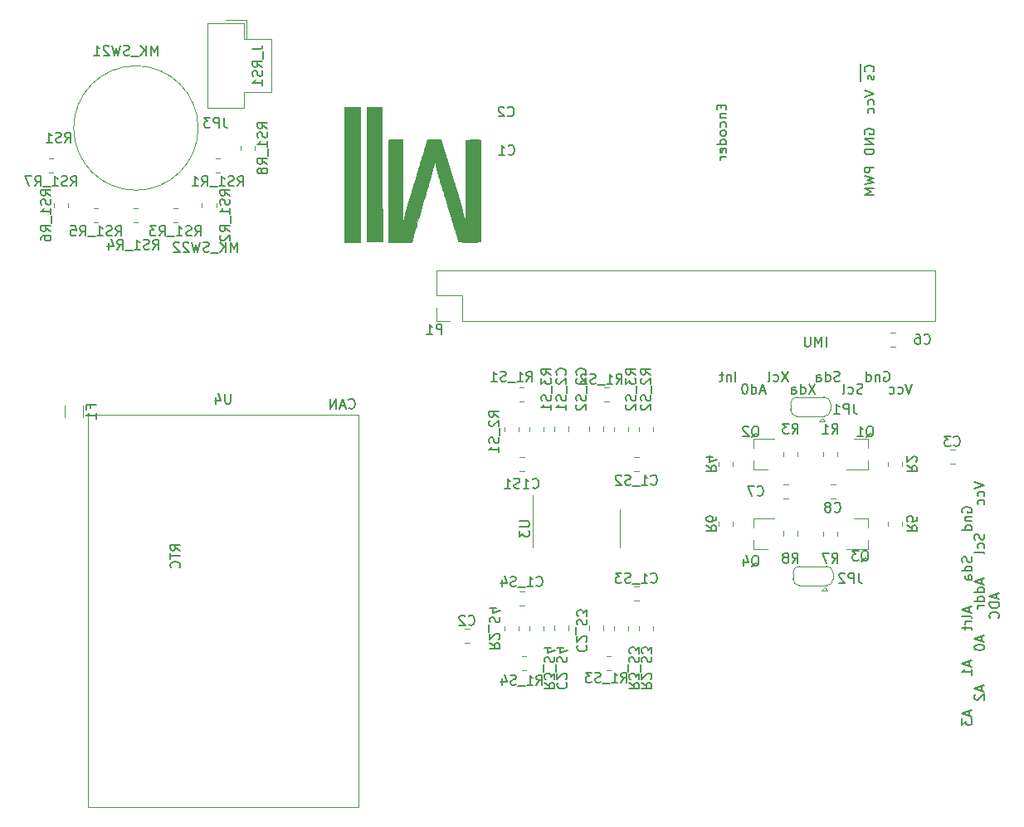
<source format=gbo>
G04 #@! TF.GenerationSoftware,KiCad,Pcbnew,(5.1.10)-1*
G04 #@! TF.CreationDate,2021-06-28T12:48:49+02:00*
G04 #@! TF.ProjectId,PI_MARTLOgger,50495f4d-4152-4544-9c4f-676765722e6b,rev?*
G04 #@! TF.SameCoordinates,Original*
G04 #@! TF.FileFunction,Legend,Bot*
G04 #@! TF.FilePolarity,Positive*
%FSLAX46Y46*%
G04 Gerber Fmt 4.6, Leading zero omitted, Abs format (unit mm)*
G04 Created by KiCad (PCBNEW (5.1.10)-1) date 2021-06-28 12:48:49*
%MOMM*%
%LPD*%
G01*
G04 APERTURE LIST*
%ADD10C,0.010000*%
%ADD11C,0.120000*%
%ADD12C,0.150000*%
G04 APERTURE END LIST*
D10*
G36*
X204508385Y-91955861D02*
G01*
X204551254Y-91803295D01*
X204604490Y-91618852D01*
X204661033Y-91426740D01*
X204713823Y-91251163D01*
X204716076Y-91243780D01*
X204753913Y-91116694D01*
X204788406Y-90995283D01*
X204812997Y-90902731D01*
X204815751Y-90891410D01*
X204834976Y-90818215D01*
X204869199Y-90696159D01*
X204916283Y-90532559D01*
X204974091Y-90334726D01*
X205040488Y-90109977D01*
X205113338Y-89865625D01*
X205184536Y-89628752D01*
X205228354Y-89482282D01*
X205278411Y-89313070D01*
X205324744Y-89154820D01*
X205329948Y-89136902D01*
X205535353Y-88431530D01*
X205728197Y-87774991D01*
X205787835Y-87573260D01*
X205829798Y-87431014D01*
X205870516Y-87292057D01*
X205903880Y-87177269D01*
X205916657Y-87132798D01*
X205943137Y-87041406D01*
X205980705Y-86913626D01*
X206023507Y-86769305D01*
X206050877Y-86677653D01*
X206114048Y-86466641D01*
X206162987Y-86302750D01*
X206200356Y-86176854D01*
X206228817Y-86079827D01*
X206251032Y-86002546D01*
X206269664Y-85935884D01*
X206287376Y-85870717D01*
X206299320Y-85826093D01*
X206332454Y-85708840D01*
X206366685Y-85598561D01*
X206389699Y-85532451D01*
X206419752Y-85435013D01*
X206444674Y-85322607D01*
X206448781Y-85297538D01*
X206467625Y-85202806D01*
X206491154Y-85124880D01*
X206498950Y-85107361D01*
X206513695Y-85076944D01*
X206527963Y-85039395D01*
X206544938Y-84983816D01*
X206567803Y-84899308D01*
X206599743Y-84774972D01*
X206623536Y-84680890D01*
X206657209Y-84551379D01*
X206694945Y-84411846D01*
X206709749Y-84358826D01*
X206735519Y-84253179D01*
X206752001Y-84157440D01*
X206755225Y-84115539D01*
X206771789Y-84028404D01*
X206804262Y-83957973D01*
X206853298Y-83883134D01*
X206891314Y-83951665D01*
X206921768Y-84036523D01*
X206930370Y-84099036D01*
X206942126Y-84187723D01*
X206962674Y-84260106D01*
X206986320Y-84334153D01*
X207014516Y-84438891D01*
X207033664Y-84518954D01*
X207063775Y-84643806D01*
X207104751Y-84801570D01*
X207151898Y-84975350D01*
X207200521Y-85148251D01*
X207245926Y-85303378D01*
X207283418Y-85423834D01*
X207293033Y-85452458D01*
X207310228Y-85503242D01*
X207329884Y-85563835D01*
X207354269Y-85641668D01*
X207385654Y-85744169D01*
X207426308Y-85878768D01*
X207478501Y-86052894D01*
X207544502Y-86273975D01*
X207564175Y-86339965D01*
X207612423Y-86500656D01*
X207667339Y-86681772D01*
X207718111Y-86847673D01*
X207724539Y-86868520D01*
X207770440Y-87017746D01*
X207824466Y-87194218D01*
X207877754Y-87368962D01*
X207899680Y-87441121D01*
X207945076Y-87589120D01*
X207991145Y-87736592D01*
X208031165Y-87862138D01*
X208049601Y-87918406D01*
X208079900Y-88016207D01*
X208100364Y-88095649D01*
X208105977Y-88131695D01*
X208119673Y-88194678D01*
X208133995Y-88227011D01*
X208155285Y-88279013D01*
X208185799Y-88369564D01*
X208219474Y-88480507D01*
X208224550Y-88498231D01*
X208260792Y-88619328D01*
X208297423Y-88731130D01*
X208326929Y-88810792D01*
X208328671Y-88814892D01*
X208357189Y-88896194D01*
X208370178Y-88963171D01*
X208370254Y-88966714D01*
X208379697Y-89018588D01*
X208404881Y-89109129D01*
X208441094Y-89221955D01*
X208456567Y-89266701D01*
X208500259Y-89394459D01*
X208539597Y-89516408D01*
X208567628Y-89610804D01*
X208572357Y-89628752D01*
X208599947Y-89730126D01*
X208634945Y-89847997D01*
X208649125Y-89893029D01*
X208680350Y-89992183D01*
X208720548Y-90122846D01*
X208762097Y-90260194D01*
X208770843Y-90289445D01*
X208815925Y-90439828D01*
X208865330Y-90603388D01*
X208909067Y-90747064D01*
X208912808Y-90759272D01*
X208954672Y-90896693D01*
X208998251Y-91041178D01*
X209032401Y-91155688D01*
X209063387Y-91256166D01*
X209090847Y-91337684D01*
X209105905Y-91375919D01*
X209122902Y-91423224D01*
X209149711Y-91511354D01*
X209181530Y-91624252D01*
X209193737Y-91669561D01*
X209226806Y-91788817D01*
X209257442Y-91890458D01*
X209280541Y-91957841D01*
X209286046Y-91970543D01*
X209296110Y-91983657D01*
X209315459Y-91994340D01*
X209349642Y-92002840D01*
X209404211Y-92009402D01*
X209484713Y-92014275D01*
X209596698Y-92017705D01*
X209745717Y-92019939D01*
X209937320Y-92021223D01*
X210177054Y-92021804D01*
X210441461Y-92021931D01*
X210728492Y-92021856D01*
X210962260Y-92021442D01*
X211148229Y-92020405D01*
X211291864Y-92018461D01*
X211398631Y-92015325D01*
X211473994Y-92010714D01*
X211523417Y-92004343D01*
X211552366Y-91995928D01*
X211566306Y-91985185D01*
X211570702Y-91971831D01*
X211571031Y-91963202D01*
X211571040Y-91928012D01*
X211571049Y-91837119D01*
X211571057Y-91693551D01*
X211571065Y-91500332D01*
X211571072Y-91260490D01*
X211571079Y-90977050D01*
X211571086Y-90653039D01*
X211571092Y-90291483D01*
X211571097Y-89895408D01*
X211571102Y-89467839D01*
X211571106Y-89011804D01*
X211571109Y-88530328D01*
X211571112Y-88026438D01*
X211571113Y-87503160D01*
X211571114Y-86963519D01*
X211571114Y-86251301D01*
X211571112Y-85723071D01*
X211571110Y-85213434D01*
X211571107Y-84725406D01*
X211571103Y-84262001D01*
X211571099Y-83826234D01*
X211571094Y-83421120D01*
X211571088Y-83049676D01*
X211571081Y-82714914D01*
X211571074Y-82419852D01*
X211571067Y-82167502D01*
X211571059Y-81960882D01*
X211571051Y-81803005D01*
X211571043Y-81696887D01*
X211571034Y-81645543D01*
X211571031Y-81641212D01*
X211564937Y-81627692D01*
X211542475Y-81617364D01*
X211497289Y-81609925D01*
X211423023Y-81605072D01*
X211313322Y-81602503D01*
X211161831Y-81601915D01*
X210962194Y-81603006D01*
X210800139Y-81604507D01*
X210029329Y-81612335D01*
X210029329Y-85877484D01*
X210029181Y-86372981D01*
X210028745Y-86852165D01*
X210028041Y-87311774D01*
X210027083Y-87748546D01*
X210025890Y-88159220D01*
X210024477Y-88540534D01*
X210022863Y-88889225D01*
X210021063Y-89202031D01*
X210019094Y-89475691D01*
X210016974Y-89706943D01*
X210014720Y-89892525D01*
X210012347Y-90029174D01*
X210009873Y-90113629D01*
X210007314Y-90142629D01*
X210007306Y-90142629D01*
X209989023Y-90118129D01*
X209985283Y-90087482D01*
X209974235Y-90024954D01*
X209946985Y-89941296D01*
X209940266Y-89924600D01*
X209912691Y-89846948D01*
X209900802Y-89789604D01*
X209901126Y-89781534D01*
X209898903Y-89722046D01*
X209883916Y-89632648D01*
X209861600Y-89539266D01*
X209837391Y-89467827D01*
X209833789Y-89460327D01*
X209811220Y-89400008D01*
X209787175Y-89312044D01*
X209780894Y-89284142D01*
X209758698Y-89185091D01*
X209729439Y-89061429D01*
X209708292Y-88975399D01*
X209675319Y-88842145D01*
X209640691Y-88699564D01*
X209622433Y-88623029D01*
X209594936Y-88514908D01*
X209556868Y-88375931D01*
X209515186Y-88231294D01*
X209502819Y-88189908D01*
X209456712Y-88037110D01*
X209402992Y-87859008D01*
X209350985Y-87686532D01*
X209334544Y-87631989D01*
X209237696Y-87313539D01*
X209141306Y-87003028D01*
X209075763Y-86795110D01*
X209045053Y-86696767D01*
X209003882Y-86563035D01*
X208958656Y-86414783D01*
X208931557Y-86325283D01*
X208871599Y-86127462D01*
X208809192Y-85923063D01*
X208748339Y-85725072D01*
X208693042Y-85546477D01*
X208647306Y-85400264D01*
X208619285Y-85312220D01*
X208596394Y-85238609D01*
X208561797Y-85124021D01*
X208520116Y-84983889D01*
X208475971Y-84833650D01*
X208474238Y-84827711D01*
X208428147Y-84671661D01*
X208382261Y-84519593D01*
X208341948Y-84389112D01*
X208313025Y-84299156D01*
X208283374Y-84209471D01*
X208252941Y-84114523D01*
X208218588Y-84004100D01*
X208177176Y-83867987D01*
X208125567Y-83695970D01*
X208060621Y-83477838D01*
X208060360Y-83476960D01*
X208012249Y-83316767D01*
X207961590Y-83151009D01*
X207915387Y-83002462D01*
X207888839Y-82919041D01*
X207845631Y-82782796D01*
X207795519Y-82620893D01*
X207747996Y-82464068D01*
X207739196Y-82434532D01*
X207701549Y-82310139D01*
X207667109Y-82200669D01*
X207641245Y-82123017D01*
X207633774Y-82102803D01*
X207612363Y-82031379D01*
X207606786Y-81989784D01*
X207595288Y-81932548D01*
X207567421Y-81856052D01*
X207565495Y-81851686D01*
X207530357Y-81760596D01*
X207506207Y-81678405D01*
X207488211Y-81597653D01*
X206140086Y-81597653D01*
X206095299Y-81684262D01*
X206062689Y-81761791D01*
X206026929Y-81868106D01*
X206006297Y-81940624D01*
X205973826Y-82058357D01*
X205939120Y-82173878D01*
X205921253Y-82228408D01*
X205895570Y-82306539D01*
X205858909Y-82422994D01*
X205816889Y-82559763D01*
X205788245Y-82654763D01*
X205739473Y-82817691D01*
X205695501Y-82963992D01*
X205653395Y-83103256D01*
X205610220Y-83245074D01*
X205563041Y-83399035D01*
X205508924Y-83574729D01*
X205444932Y-83781745D01*
X205368133Y-84029673D01*
X205316444Y-84196382D01*
X205269999Y-84347683D01*
X205220749Y-84510568D01*
X205177881Y-84654600D01*
X205170174Y-84680890D01*
X205130062Y-84815437D01*
X205087496Y-84953828D01*
X205052818Y-85062624D01*
X205015065Y-85181739D01*
X204978583Y-85303418D01*
X204963624Y-85356266D01*
X204898842Y-85580232D01*
X204816842Y-85842873D01*
X204740305Y-86075688D01*
X204700170Y-86199377D01*
X204665065Y-86314913D01*
X204641435Y-86400914D01*
X204638499Y-86413376D01*
X204614357Y-86507955D01*
X204582278Y-86617800D01*
X204572608Y-86648289D01*
X204545851Y-86732904D01*
X204508205Y-86854918D01*
X204465472Y-86995427D01*
X204437408Y-87088752D01*
X204396337Y-87224697D01*
X204358282Y-87348299D01*
X204328258Y-87443395D01*
X204314419Y-87485168D01*
X204287544Y-87566872D01*
X204254941Y-87672175D01*
X204240686Y-87720081D01*
X204204277Y-87843633D01*
X204165115Y-87975392D01*
X204153643Y-88013723D01*
X204119378Y-88133284D01*
X204083355Y-88266900D01*
X204069236Y-88322046D01*
X204035452Y-88450773D01*
X203996572Y-88589984D01*
X203980410Y-88645052D01*
X203953816Y-88736973D01*
X203926800Y-88838268D01*
X203896671Y-88959936D01*
X203860737Y-89112977D01*
X203816305Y-89308388D01*
X203797126Y-89393838D01*
X203769656Y-89508248D01*
X203743597Y-89602637D01*
X203723624Y-89660425D01*
X203720003Y-89667411D01*
X203703582Y-89718694D01*
X203690725Y-89803066D01*
X203687445Y-89843595D01*
X203674856Y-89926811D01*
X203649853Y-90018903D01*
X203618832Y-90101993D01*
X203588189Y-90158201D01*
X203569971Y-90171989D01*
X203567711Y-90144885D01*
X203567388Y-90072533D01*
X203568674Y-89968368D01*
X203571238Y-89845824D01*
X203574750Y-89718337D01*
X203578882Y-89599343D01*
X203583303Y-89502276D01*
X203587684Y-89440574D01*
X203587985Y-89437884D01*
X203588579Y-89403662D01*
X203589084Y-89314175D01*
X203589502Y-89172887D01*
X203589831Y-88983261D01*
X203590071Y-88748762D01*
X203590221Y-88472854D01*
X203590282Y-88158998D01*
X203590251Y-87810661D01*
X203590130Y-87431304D01*
X203589918Y-87024392D01*
X203589613Y-86593389D01*
X203589216Y-86141757D01*
X203588727Y-85672961D01*
X203588522Y-85495746D01*
X203583896Y-81597653D01*
X202854686Y-81597653D01*
X202653895Y-81598126D01*
X202473280Y-81599454D01*
X202320908Y-81601505D01*
X202204846Y-81604145D01*
X202133159Y-81607242D01*
X202113241Y-81609887D01*
X202111993Y-81640063D01*
X202110863Y-81726004D01*
X202109855Y-81864746D01*
X202108969Y-82053325D01*
X202108211Y-82288779D01*
X202107581Y-82568143D01*
X202107082Y-82888455D01*
X202106718Y-83246750D01*
X202106491Y-83640065D01*
X202106404Y-84065437D01*
X202106459Y-84519902D01*
X202106660Y-85000496D01*
X202107008Y-85504256D01*
X202107506Y-86028219D01*
X202108158Y-86569421D01*
X202108508Y-86822026D01*
X202116011Y-92021931D01*
X204490227Y-92021931D01*
X204508385Y-91955861D01*
G37*
X204508385Y-91955861D02*
X204551254Y-91803295D01*
X204604490Y-91618852D01*
X204661033Y-91426740D01*
X204713823Y-91251163D01*
X204716076Y-91243780D01*
X204753913Y-91116694D01*
X204788406Y-90995283D01*
X204812997Y-90902731D01*
X204815751Y-90891410D01*
X204834976Y-90818215D01*
X204869199Y-90696159D01*
X204916283Y-90532559D01*
X204974091Y-90334726D01*
X205040488Y-90109977D01*
X205113338Y-89865625D01*
X205184536Y-89628752D01*
X205228354Y-89482282D01*
X205278411Y-89313070D01*
X205324744Y-89154820D01*
X205329948Y-89136902D01*
X205535353Y-88431530D01*
X205728197Y-87774991D01*
X205787835Y-87573260D01*
X205829798Y-87431014D01*
X205870516Y-87292057D01*
X205903880Y-87177269D01*
X205916657Y-87132798D01*
X205943137Y-87041406D01*
X205980705Y-86913626D01*
X206023507Y-86769305D01*
X206050877Y-86677653D01*
X206114048Y-86466641D01*
X206162987Y-86302750D01*
X206200356Y-86176854D01*
X206228817Y-86079827D01*
X206251032Y-86002546D01*
X206269664Y-85935884D01*
X206287376Y-85870717D01*
X206299320Y-85826093D01*
X206332454Y-85708840D01*
X206366685Y-85598561D01*
X206389699Y-85532451D01*
X206419752Y-85435013D01*
X206444674Y-85322607D01*
X206448781Y-85297538D01*
X206467625Y-85202806D01*
X206491154Y-85124880D01*
X206498950Y-85107361D01*
X206513695Y-85076944D01*
X206527963Y-85039395D01*
X206544938Y-84983816D01*
X206567803Y-84899308D01*
X206599743Y-84774972D01*
X206623536Y-84680890D01*
X206657209Y-84551379D01*
X206694945Y-84411846D01*
X206709749Y-84358826D01*
X206735519Y-84253179D01*
X206752001Y-84157440D01*
X206755225Y-84115539D01*
X206771789Y-84028404D01*
X206804262Y-83957973D01*
X206853298Y-83883134D01*
X206891314Y-83951665D01*
X206921768Y-84036523D01*
X206930370Y-84099036D01*
X206942126Y-84187723D01*
X206962674Y-84260106D01*
X206986320Y-84334153D01*
X207014516Y-84438891D01*
X207033664Y-84518954D01*
X207063775Y-84643806D01*
X207104751Y-84801570D01*
X207151898Y-84975350D01*
X207200521Y-85148251D01*
X207245926Y-85303378D01*
X207283418Y-85423834D01*
X207293033Y-85452458D01*
X207310228Y-85503242D01*
X207329884Y-85563835D01*
X207354269Y-85641668D01*
X207385654Y-85744169D01*
X207426308Y-85878768D01*
X207478501Y-86052894D01*
X207544502Y-86273975D01*
X207564175Y-86339965D01*
X207612423Y-86500656D01*
X207667339Y-86681772D01*
X207718111Y-86847673D01*
X207724539Y-86868520D01*
X207770440Y-87017746D01*
X207824466Y-87194218D01*
X207877754Y-87368962D01*
X207899680Y-87441121D01*
X207945076Y-87589120D01*
X207991145Y-87736592D01*
X208031165Y-87862138D01*
X208049601Y-87918406D01*
X208079900Y-88016207D01*
X208100364Y-88095649D01*
X208105977Y-88131695D01*
X208119673Y-88194678D01*
X208133995Y-88227011D01*
X208155285Y-88279013D01*
X208185799Y-88369564D01*
X208219474Y-88480507D01*
X208224550Y-88498231D01*
X208260792Y-88619328D01*
X208297423Y-88731130D01*
X208326929Y-88810792D01*
X208328671Y-88814892D01*
X208357189Y-88896194D01*
X208370178Y-88963171D01*
X208370254Y-88966714D01*
X208379697Y-89018588D01*
X208404881Y-89109129D01*
X208441094Y-89221955D01*
X208456567Y-89266701D01*
X208500259Y-89394459D01*
X208539597Y-89516408D01*
X208567628Y-89610804D01*
X208572357Y-89628752D01*
X208599947Y-89730126D01*
X208634945Y-89847997D01*
X208649125Y-89893029D01*
X208680350Y-89992183D01*
X208720548Y-90122846D01*
X208762097Y-90260194D01*
X208770843Y-90289445D01*
X208815925Y-90439828D01*
X208865330Y-90603388D01*
X208909067Y-90747064D01*
X208912808Y-90759272D01*
X208954672Y-90896693D01*
X208998251Y-91041178D01*
X209032401Y-91155688D01*
X209063387Y-91256166D01*
X209090847Y-91337684D01*
X209105905Y-91375919D01*
X209122902Y-91423224D01*
X209149711Y-91511354D01*
X209181530Y-91624252D01*
X209193737Y-91669561D01*
X209226806Y-91788817D01*
X209257442Y-91890458D01*
X209280541Y-91957841D01*
X209286046Y-91970543D01*
X209296110Y-91983657D01*
X209315459Y-91994340D01*
X209349642Y-92002840D01*
X209404211Y-92009402D01*
X209484713Y-92014275D01*
X209596698Y-92017705D01*
X209745717Y-92019939D01*
X209937320Y-92021223D01*
X210177054Y-92021804D01*
X210441461Y-92021931D01*
X210728492Y-92021856D01*
X210962260Y-92021442D01*
X211148229Y-92020405D01*
X211291864Y-92018461D01*
X211398631Y-92015325D01*
X211473994Y-92010714D01*
X211523417Y-92004343D01*
X211552366Y-91995928D01*
X211566306Y-91985185D01*
X211570702Y-91971831D01*
X211571031Y-91963202D01*
X211571040Y-91928012D01*
X211571049Y-91837119D01*
X211571057Y-91693551D01*
X211571065Y-91500332D01*
X211571072Y-91260490D01*
X211571079Y-90977050D01*
X211571086Y-90653039D01*
X211571092Y-90291483D01*
X211571097Y-89895408D01*
X211571102Y-89467839D01*
X211571106Y-89011804D01*
X211571109Y-88530328D01*
X211571112Y-88026438D01*
X211571113Y-87503160D01*
X211571114Y-86963519D01*
X211571114Y-86251301D01*
X211571112Y-85723071D01*
X211571110Y-85213434D01*
X211571107Y-84725406D01*
X211571103Y-84262001D01*
X211571099Y-83826234D01*
X211571094Y-83421120D01*
X211571088Y-83049676D01*
X211571081Y-82714914D01*
X211571074Y-82419852D01*
X211571067Y-82167502D01*
X211571059Y-81960882D01*
X211571051Y-81803005D01*
X211571043Y-81696887D01*
X211571034Y-81645543D01*
X211571031Y-81641212D01*
X211564937Y-81627692D01*
X211542475Y-81617364D01*
X211497289Y-81609925D01*
X211423023Y-81605072D01*
X211313322Y-81602503D01*
X211161831Y-81601915D01*
X210962194Y-81603006D01*
X210800139Y-81604507D01*
X210029329Y-81612335D01*
X210029329Y-85877484D01*
X210029181Y-86372981D01*
X210028745Y-86852165D01*
X210028041Y-87311774D01*
X210027083Y-87748546D01*
X210025890Y-88159220D01*
X210024477Y-88540534D01*
X210022863Y-88889225D01*
X210021063Y-89202031D01*
X210019094Y-89475691D01*
X210016974Y-89706943D01*
X210014720Y-89892525D01*
X210012347Y-90029174D01*
X210009873Y-90113629D01*
X210007314Y-90142629D01*
X210007306Y-90142629D01*
X209989023Y-90118129D01*
X209985283Y-90087482D01*
X209974235Y-90024954D01*
X209946985Y-89941296D01*
X209940266Y-89924600D01*
X209912691Y-89846948D01*
X209900802Y-89789604D01*
X209901126Y-89781534D01*
X209898903Y-89722046D01*
X209883916Y-89632648D01*
X209861600Y-89539266D01*
X209837391Y-89467827D01*
X209833789Y-89460327D01*
X209811220Y-89400008D01*
X209787175Y-89312044D01*
X209780894Y-89284142D01*
X209758698Y-89185091D01*
X209729439Y-89061429D01*
X209708292Y-88975399D01*
X209675319Y-88842145D01*
X209640691Y-88699564D01*
X209622433Y-88623029D01*
X209594936Y-88514908D01*
X209556868Y-88375931D01*
X209515186Y-88231294D01*
X209502819Y-88189908D01*
X209456712Y-88037110D01*
X209402992Y-87859008D01*
X209350985Y-87686532D01*
X209334544Y-87631989D01*
X209237696Y-87313539D01*
X209141306Y-87003028D01*
X209075763Y-86795110D01*
X209045053Y-86696767D01*
X209003882Y-86563035D01*
X208958656Y-86414783D01*
X208931557Y-86325283D01*
X208871599Y-86127462D01*
X208809192Y-85923063D01*
X208748339Y-85725072D01*
X208693042Y-85546477D01*
X208647306Y-85400264D01*
X208619285Y-85312220D01*
X208596394Y-85238609D01*
X208561797Y-85124021D01*
X208520116Y-84983889D01*
X208475971Y-84833650D01*
X208474238Y-84827711D01*
X208428147Y-84671661D01*
X208382261Y-84519593D01*
X208341948Y-84389112D01*
X208313025Y-84299156D01*
X208283374Y-84209471D01*
X208252941Y-84114523D01*
X208218588Y-84004100D01*
X208177176Y-83867987D01*
X208125567Y-83695970D01*
X208060621Y-83477838D01*
X208060360Y-83476960D01*
X208012249Y-83316767D01*
X207961590Y-83151009D01*
X207915387Y-83002462D01*
X207888839Y-82919041D01*
X207845631Y-82782796D01*
X207795519Y-82620893D01*
X207747996Y-82464068D01*
X207739196Y-82434532D01*
X207701549Y-82310139D01*
X207667109Y-82200669D01*
X207641245Y-82123017D01*
X207633774Y-82102803D01*
X207612363Y-82031379D01*
X207606786Y-81989784D01*
X207595288Y-81932548D01*
X207567421Y-81856052D01*
X207565495Y-81851686D01*
X207530357Y-81760596D01*
X207506207Y-81678405D01*
X207488211Y-81597653D01*
X206140086Y-81597653D01*
X206095299Y-81684262D01*
X206062689Y-81761791D01*
X206026929Y-81868106D01*
X206006297Y-81940624D01*
X205973826Y-82058357D01*
X205939120Y-82173878D01*
X205921253Y-82228408D01*
X205895570Y-82306539D01*
X205858909Y-82422994D01*
X205816889Y-82559763D01*
X205788245Y-82654763D01*
X205739473Y-82817691D01*
X205695501Y-82963992D01*
X205653395Y-83103256D01*
X205610220Y-83245074D01*
X205563041Y-83399035D01*
X205508924Y-83574729D01*
X205444932Y-83781745D01*
X205368133Y-84029673D01*
X205316444Y-84196382D01*
X205269999Y-84347683D01*
X205220749Y-84510568D01*
X205177881Y-84654600D01*
X205170174Y-84680890D01*
X205130062Y-84815437D01*
X205087496Y-84953828D01*
X205052818Y-85062624D01*
X205015065Y-85181739D01*
X204978583Y-85303418D01*
X204963624Y-85356266D01*
X204898842Y-85580232D01*
X204816842Y-85842873D01*
X204740305Y-86075688D01*
X204700170Y-86199377D01*
X204665065Y-86314913D01*
X204641435Y-86400914D01*
X204638499Y-86413376D01*
X204614357Y-86507955D01*
X204582278Y-86617800D01*
X204572608Y-86648289D01*
X204545851Y-86732904D01*
X204508205Y-86854918D01*
X204465472Y-86995427D01*
X204437408Y-87088752D01*
X204396337Y-87224697D01*
X204358282Y-87348299D01*
X204328258Y-87443395D01*
X204314419Y-87485168D01*
X204287544Y-87566872D01*
X204254941Y-87672175D01*
X204240686Y-87720081D01*
X204204277Y-87843633D01*
X204165115Y-87975392D01*
X204153643Y-88013723D01*
X204119378Y-88133284D01*
X204083355Y-88266900D01*
X204069236Y-88322046D01*
X204035452Y-88450773D01*
X203996572Y-88589984D01*
X203980410Y-88645052D01*
X203953816Y-88736973D01*
X203926800Y-88838268D01*
X203896671Y-88959936D01*
X203860737Y-89112977D01*
X203816305Y-89308388D01*
X203797126Y-89393838D01*
X203769656Y-89508248D01*
X203743597Y-89602637D01*
X203723624Y-89660425D01*
X203720003Y-89667411D01*
X203703582Y-89718694D01*
X203690725Y-89803066D01*
X203687445Y-89843595D01*
X203674856Y-89926811D01*
X203649853Y-90018903D01*
X203618832Y-90101993D01*
X203588189Y-90158201D01*
X203569971Y-90171989D01*
X203567711Y-90144885D01*
X203567388Y-90072533D01*
X203568674Y-89968368D01*
X203571238Y-89845824D01*
X203574750Y-89718337D01*
X203578882Y-89599343D01*
X203583303Y-89502276D01*
X203587684Y-89440574D01*
X203587985Y-89437884D01*
X203588579Y-89403662D01*
X203589084Y-89314175D01*
X203589502Y-89172887D01*
X203589831Y-88983261D01*
X203590071Y-88748762D01*
X203590221Y-88472854D01*
X203590282Y-88158998D01*
X203590251Y-87810661D01*
X203590130Y-87431304D01*
X203589918Y-87024392D01*
X203589613Y-86593389D01*
X203589216Y-86141757D01*
X203588727Y-85672961D01*
X203588522Y-85495746D01*
X203583896Y-81597653D01*
X202854686Y-81597653D01*
X202653895Y-81598126D01*
X202473280Y-81599454D01*
X202320908Y-81601505D01*
X202204846Y-81604145D01*
X202133159Y-81607242D01*
X202113241Y-81609887D01*
X202111993Y-81640063D01*
X202110863Y-81726004D01*
X202109855Y-81864746D01*
X202108969Y-82053325D01*
X202108211Y-82288779D01*
X202107581Y-82568143D01*
X202107082Y-82888455D01*
X202106718Y-83246750D01*
X202106491Y-83640065D01*
X202106404Y-84065437D01*
X202106459Y-84519902D01*
X202106660Y-85000496D01*
X202107008Y-85504256D01*
X202107506Y-86028219D01*
X202108158Y-86569421D01*
X202108508Y-86822026D01*
X202116011Y-92021931D01*
X204490227Y-92021931D01*
X204508385Y-91955861D01*
G36*
X200728231Y-91985705D02*
G01*
X200935643Y-91982851D01*
X201121978Y-91978772D01*
X201279728Y-91973755D01*
X201401387Y-91968088D01*
X201479448Y-91962059D01*
X201506406Y-91955956D01*
X201506381Y-91955861D01*
X201505706Y-91924880D01*
X201505048Y-91837755D01*
X201504409Y-91697069D01*
X201503793Y-91505405D01*
X201503201Y-91265348D01*
X201502638Y-90979482D01*
X201502104Y-90650390D01*
X201501604Y-90280656D01*
X201501141Y-89872863D01*
X201500715Y-89429596D01*
X201500332Y-88953438D01*
X201499993Y-88446973D01*
X201499701Y-87912785D01*
X201499458Y-87353457D01*
X201499268Y-86771574D01*
X201499134Y-86169718D01*
X201499058Y-85550474D01*
X201499040Y-85077306D01*
X201499040Y-78220775D01*
X199942740Y-78220775D01*
X199942740Y-91993526D01*
X200728231Y-91985705D01*
G37*
X200728231Y-91985705D02*
X200935643Y-91982851D01*
X201121978Y-91978772D01*
X201279728Y-91973755D01*
X201401387Y-91968088D01*
X201479448Y-91962059D01*
X201506406Y-91955956D01*
X201506381Y-91955861D01*
X201505706Y-91924880D01*
X201505048Y-91837755D01*
X201504409Y-91697069D01*
X201503793Y-91505405D01*
X201503201Y-91265348D01*
X201502638Y-90979482D01*
X201502104Y-90650390D01*
X201501604Y-90280656D01*
X201501141Y-89872863D01*
X201500715Y-89429596D01*
X201500332Y-88953438D01*
X201499993Y-88446973D01*
X201499701Y-87912785D01*
X201499458Y-87353457D01*
X201499268Y-86771574D01*
X201499134Y-86169718D01*
X201499058Y-85550474D01*
X201499040Y-85077306D01*
X201499040Y-78220775D01*
X199942740Y-78220775D01*
X199942740Y-91993526D01*
X200728231Y-91985705D01*
G36*
X199267364Y-78220775D02*
G01*
X197681699Y-78220775D01*
X197681699Y-92021931D01*
X199267364Y-92021931D01*
X199267364Y-78220775D01*
G37*
X199267364Y-78220775D02*
X197681699Y-78220775D01*
X197681699Y-92021931D01*
X199267364Y-92021931D01*
X199267364Y-78220775D01*
D11*
X199068000Y-149680000D02*
X171468000Y-149680000D01*
X171468000Y-109680000D02*
X199068000Y-109680000D01*
X171468000Y-109680000D02*
X171468000Y-149680000D01*
X199068000Y-109680000D02*
X199068000Y-149680000D01*
X247220748Y-118223000D02*
X247743252Y-118223000D01*
X247220748Y-116753000D02*
X247743252Y-116753000D01*
X242933252Y-116753000D02*
X242410748Y-116753000D01*
X242933252Y-118223000D02*
X242410748Y-118223000D01*
X187672000Y-69384000D02*
X187672000Y-71304000D01*
X185522000Y-69384000D02*
X187672000Y-69384000D01*
X190232000Y-76724000D02*
X190232000Y-74014000D01*
X187372000Y-76724000D02*
X190232000Y-76724000D01*
X187372000Y-78344000D02*
X187372000Y-76724000D01*
X183672000Y-78344000D02*
X187372000Y-78344000D01*
X183672000Y-74014000D02*
X183672000Y-78344000D01*
X190232000Y-71304000D02*
X190232000Y-74014000D01*
X187372000Y-71304000D02*
X190232000Y-71304000D01*
X187372000Y-69684000D02*
X187372000Y-71304000D01*
X183672000Y-69684000D02*
X187372000Y-69684000D01*
X183672000Y-74014000D02*
X183672000Y-69684000D01*
X188543000Y-82663064D02*
X188543000Y-82208936D01*
X187073000Y-82663064D02*
X187073000Y-82208936D01*
X167514936Y-84949000D02*
X167969064Y-84949000D01*
X167514936Y-83479000D02*
X167969064Y-83479000D01*
X168023000Y-88050936D02*
X168023000Y-88505064D01*
X169493000Y-88050936D02*
X169493000Y-88505064D01*
X172086936Y-90029000D02*
X172541064Y-90029000D01*
X172086936Y-88559000D02*
X172541064Y-88559000D01*
X176150936Y-90029000D02*
X176605064Y-90029000D01*
X176150936Y-88559000D02*
X176605064Y-88559000D01*
X180198936Y-90029000D02*
X180653064Y-90029000D01*
X180198936Y-88559000D02*
X180653064Y-88559000D01*
X184580600Y-88505064D02*
X184580600Y-88050936D01*
X183110600Y-88505064D02*
X183110600Y-88050936D01*
X184532936Y-84949000D02*
X184987064Y-84949000D01*
X184532936Y-83479000D02*
X184987064Y-83479000D01*
X218007000Y-131685064D02*
X218007000Y-131230936D01*
X216537000Y-131685064D02*
X216537000Y-131230936D01*
X226643000Y-131685064D02*
X226643000Y-131230936D01*
X225173000Y-131685064D02*
X225173000Y-131230936D01*
X225173000Y-110910936D02*
X225173000Y-111365064D01*
X226643000Y-110910936D02*
X226643000Y-111365064D01*
X216537000Y-110910936D02*
X216537000Y-111365064D01*
X218007000Y-110910936D02*
X218007000Y-111365064D01*
X215467000Y-131685064D02*
X215467000Y-131230936D01*
X213997000Y-131685064D02*
X213997000Y-131230936D01*
X229183000Y-131685064D02*
X229183000Y-131230936D01*
X227713000Y-131685064D02*
X227713000Y-131230936D01*
X227713000Y-110910936D02*
X227713000Y-111365064D01*
X229183000Y-110910936D02*
X229183000Y-111365064D01*
X213997000Y-110910936D02*
X213997000Y-111365064D01*
X215467000Y-110910936D02*
X215467000Y-111365064D01*
X215774936Y-135749000D02*
X216229064Y-135749000D01*
X215774936Y-134279000D02*
X216229064Y-134279000D01*
X224410936Y-135749000D02*
X224865064Y-135749000D01*
X224410936Y-134279000D02*
X224865064Y-134279000D01*
X224172936Y-108317000D02*
X224627064Y-108317000D01*
X224172936Y-106847000D02*
X224627064Y-106847000D01*
X215520936Y-108317000D02*
X215975064Y-108317000D01*
X215520936Y-106847000D02*
X215975064Y-106847000D01*
X242445000Y-121562936D02*
X242445000Y-122017064D01*
X243915000Y-121562936D02*
X243915000Y-122017064D01*
X247979000Y-122033064D02*
X247979000Y-121578936D01*
X246509000Y-122033064D02*
X246509000Y-121578936D01*
X237311000Y-121017064D02*
X237311000Y-120562936D01*
X235841000Y-121017064D02*
X235841000Y-120562936D01*
X254583000Y-121017064D02*
X254583000Y-120562936D01*
X253113000Y-121017064D02*
X253113000Y-120562936D01*
X237311000Y-114921064D02*
X237311000Y-114466936D01*
X235841000Y-114921064D02*
X235841000Y-114466936D01*
X242445000Y-113450936D02*
X242445000Y-113905064D01*
X243915000Y-113450936D02*
X243915000Y-113905064D01*
X254583000Y-114921064D02*
X254583000Y-114466936D01*
X253113000Y-114921064D02*
X253113000Y-114466936D01*
X247979000Y-113905064D02*
X247979000Y-113450936D01*
X246509000Y-113905064D02*
X246509000Y-113450936D01*
X220547000Y-131719252D02*
X220547000Y-131196748D01*
X219077000Y-131719252D02*
X219077000Y-131196748D01*
X224103000Y-131719252D02*
X224103000Y-131196748D01*
X222633000Y-131719252D02*
X222633000Y-131196748D01*
X222633000Y-110876748D02*
X222633000Y-111399252D01*
X224103000Y-110876748D02*
X224103000Y-111399252D01*
X219077000Y-110876748D02*
X219077000Y-111399252D01*
X220547000Y-110876748D02*
X220547000Y-111399252D01*
X216009252Y-113959000D02*
X215486748Y-113959000D01*
X216009252Y-115429000D02*
X215486748Y-115429000D01*
X216009252Y-127675000D02*
X215486748Y-127675000D01*
X216009252Y-129145000D02*
X215486748Y-129145000D01*
X227170748Y-128637000D02*
X227693252Y-128637000D01*
X227170748Y-127167000D02*
X227693252Y-127167000D01*
X227170748Y-115429000D02*
X227693252Y-115429000D01*
X227170748Y-113959000D02*
X227693252Y-113959000D01*
X253855252Y-101259000D02*
X253332748Y-101259000D01*
X253855252Y-102729000D02*
X253332748Y-102729000D01*
X259428748Y-114667000D02*
X259951252Y-114667000D01*
X259428748Y-113197000D02*
X259951252Y-113197000D01*
X209898748Y-132955000D02*
X210421252Y-132955000D01*
X209898748Y-131485000D02*
X210421252Y-131485000D01*
X182728000Y-80404000D02*
G75*
G03*
X182728000Y-80404000I-6350000J0D01*
G01*
X225771000Y-121298000D02*
X225771000Y-123248000D01*
X225771000Y-121298000D02*
X225771000Y-119348000D01*
X216901000Y-121298000D02*
X216901000Y-123248000D01*
X216901000Y-121298000D02*
X216901000Y-117848000D01*
X239372000Y-123386000D02*
X239372000Y-122456000D01*
X239372000Y-120226000D02*
X239372000Y-121156000D01*
X239372000Y-120226000D02*
X241532000Y-120226000D01*
X239372000Y-123386000D02*
X240832000Y-123386000D01*
X251052000Y-120226000D02*
X251052000Y-121156000D01*
X251052000Y-123386000D02*
X251052000Y-122456000D01*
X251052000Y-123386000D02*
X248892000Y-123386000D01*
X251052000Y-120226000D02*
X249592000Y-120226000D01*
X239372000Y-115258000D02*
X239372000Y-114328000D01*
X239372000Y-112098000D02*
X239372000Y-113028000D01*
X239372000Y-112098000D02*
X241532000Y-112098000D01*
X239372000Y-115258000D02*
X240832000Y-115258000D01*
X251052000Y-112098000D02*
X251052000Y-113028000D01*
X251052000Y-115258000D02*
X251052000Y-114328000D01*
X251052000Y-115258000D02*
X248892000Y-115258000D01*
X251052000Y-112098000D02*
X249592000Y-112098000D01*
X246666000Y-127324000D02*
X246366000Y-127624000D01*
X246966000Y-127624000D02*
X246366000Y-127624000D01*
X246666000Y-127324000D02*
X246966000Y-127624000D01*
X247516000Y-126424000D02*
X247516000Y-125824000D01*
X244066000Y-127124000D02*
X246866000Y-127124000D01*
X243416000Y-125824000D02*
X243416000Y-126424000D01*
X246866000Y-125124000D02*
X244066000Y-125124000D01*
X247516000Y-125824000D02*
G75*
G03*
X246816000Y-125124000I-700000J0D01*
G01*
X246816000Y-127124000D02*
G75*
G03*
X247516000Y-126424000I0J700000D01*
G01*
X243416000Y-126424000D02*
G75*
G03*
X244116000Y-127124000I700000J0D01*
G01*
X244116000Y-125124000D02*
G75*
G03*
X243416000Y-125824000I0J-700000D01*
G01*
X246412000Y-110052000D02*
X246112000Y-110352000D01*
X246712000Y-110352000D02*
X246112000Y-110352000D01*
X246412000Y-110052000D02*
X246712000Y-110352000D01*
X247262000Y-109152000D02*
X247262000Y-108552000D01*
X243812000Y-109852000D02*
X246612000Y-109852000D01*
X243162000Y-108552000D02*
X243162000Y-109152000D01*
X246612000Y-107852000D02*
X243812000Y-107852000D01*
X247262000Y-108552000D02*
G75*
G03*
X246562000Y-107852000I-700000J0D01*
G01*
X246562000Y-109852000D02*
G75*
G03*
X247262000Y-109152000I0J700000D01*
G01*
X243162000Y-109152000D02*
G75*
G03*
X243862000Y-109852000I700000J0D01*
G01*
X243862000Y-107852000D02*
G75*
G03*
X243162000Y-108552000I0J-700000D01*
G01*
X170938000Y-109962064D02*
X170938000Y-108757936D01*
X169118000Y-109962064D02*
X169118000Y-108757936D01*
X207040000Y-98770000D02*
X207040000Y-100100000D01*
X207040000Y-100100000D02*
X208370000Y-100100000D01*
X207040000Y-97500000D02*
X209640000Y-97500000D01*
X209640000Y-97500000D02*
X209640000Y-100100000D01*
X209640000Y-100100000D02*
X257960000Y-100100000D01*
X257960000Y-94900000D02*
X257960000Y-100100000D01*
X207040000Y-94900000D02*
X257960000Y-94900000D01*
X207040000Y-94900000D02*
X207040000Y-97500000D01*
D12*
X180894380Y-123520571D02*
X180418190Y-123187238D01*
X180894380Y-122949142D02*
X179894380Y-122949142D01*
X179894380Y-123330095D01*
X179942000Y-123425333D01*
X179989619Y-123472952D01*
X180084857Y-123520571D01*
X180227714Y-123520571D01*
X180322952Y-123472952D01*
X180370571Y-123425333D01*
X180418190Y-123330095D01*
X180418190Y-122949142D01*
X179894380Y-123806285D02*
X179894380Y-124377714D01*
X180894380Y-124092000D02*
X179894380Y-124092000D01*
X180799142Y-125282476D02*
X180846761Y-125234857D01*
X180894380Y-125092000D01*
X180894380Y-124996761D01*
X180846761Y-124853904D01*
X180751523Y-124758666D01*
X180656285Y-124711047D01*
X180465809Y-124663428D01*
X180322952Y-124663428D01*
X180132476Y-124711047D01*
X180037238Y-124758666D01*
X179942000Y-124853904D01*
X179894380Y-124996761D01*
X179894380Y-125092000D01*
X179942000Y-125234857D01*
X179989619Y-125282476D01*
X186029904Y-107542380D02*
X186029904Y-108351904D01*
X185982285Y-108447142D01*
X185934666Y-108494761D01*
X185839428Y-108542380D01*
X185648952Y-108542380D01*
X185553714Y-108494761D01*
X185506095Y-108447142D01*
X185458476Y-108351904D01*
X185458476Y-107542380D01*
X184553714Y-107875714D02*
X184553714Y-108542380D01*
X184791809Y-107494761D02*
X185029904Y-108209047D01*
X184410857Y-108209047D01*
X198102857Y-108955142D02*
X198150476Y-109002761D01*
X198293333Y-109050380D01*
X198388571Y-109050380D01*
X198531428Y-109002761D01*
X198626666Y-108907523D01*
X198674285Y-108812285D01*
X198721904Y-108621809D01*
X198721904Y-108478952D01*
X198674285Y-108288476D01*
X198626666Y-108193238D01*
X198531428Y-108098000D01*
X198388571Y-108050380D01*
X198293333Y-108050380D01*
X198150476Y-108098000D01*
X198102857Y-108145619D01*
X197721904Y-108764666D02*
X197245714Y-108764666D01*
X197817142Y-109050380D02*
X197483809Y-108050380D01*
X197150476Y-109050380D01*
X196817142Y-109050380D02*
X196817142Y-108050380D01*
X196245714Y-109050380D01*
X196245714Y-108050380D01*
X247648666Y-119525142D02*
X247696285Y-119572761D01*
X247839142Y-119620380D01*
X247934380Y-119620380D01*
X248077238Y-119572761D01*
X248172476Y-119477523D01*
X248220095Y-119382285D01*
X248267714Y-119191809D01*
X248267714Y-119048952D01*
X248220095Y-118858476D01*
X248172476Y-118763238D01*
X248077238Y-118668000D01*
X247934380Y-118620380D01*
X247839142Y-118620380D01*
X247696285Y-118668000D01*
X247648666Y-118715619D01*
X247077238Y-119048952D02*
X247172476Y-119001333D01*
X247220095Y-118953714D01*
X247267714Y-118858476D01*
X247267714Y-118810857D01*
X247220095Y-118715619D01*
X247172476Y-118668000D01*
X247077238Y-118620380D01*
X246886761Y-118620380D01*
X246791523Y-118668000D01*
X246743904Y-118715619D01*
X246696285Y-118810857D01*
X246696285Y-118858476D01*
X246743904Y-118953714D01*
X246791523Y-119001333D01*
X246886761Y-119048952D01*
X247077238Y-119048952D01*
X247172476Y-119096571D01*
X247220095Y-119144190D01*
X247267714Y-119239428D01*
X247267714Y-119429904D01*
X247220095Y-119525142D01*
X247172476Y-119572761D01*
X247077238Y-119620380D01*
X246886761Y-119620380D01*
X246791523Y-119572761D01*
X246743904Y-119525142D01*
X246696285Y-119429904D01*
X246696285Y-119239428D01*
X246743904Y-119144190D01*
X246791523Y-119096571D01*
X246886761Y-119048952D01*
X239790666Y-117845142D02*
X239838285Y-117892761D01*
X239981142Y-117940380D01*
X240076380Y-117940380D01*
X240219238Y-117892761D01*
X240314476Y-117797523D01*
X240362095Y-117702285D01*
X240409714Y-117511809D01*
X240409714Y-117368952D01*
X240362095Y-117178476D01*
X240314476Y-117083238D01*
X240219238Y-116988000D01*
X240076380Y-116940380D01*
X239981142Y-116940380D01*
X239838285Y-116988000D01*
X239790666Y-117035619D01*
X239457333Y-116940380D02*
X238790666Y-116940380D01*
X239219238Y-117940380D01*
X186704285Y-93048380D02*
X186704285Y-92048380D01*
X186370952Y-92762666D01*
X186037619Y-92048380D01*
X186037619Y-93048380D01*
X185561428Y-93048380D02*
X185561428Y-92048380D01*
X184990000Y-93048380D02*
X185418571Y-92476952D01*
X184990000Y-92048380D02*
X185561428Y-92619809D01*
X184799523Y-93143619D02*
X184037619Y-93143619D01*
X183847142Y-93000761D02*
X183704285Y-93048380D01*
X183466190Y-93048380D01*
X183370952Y-93000761D01*
X183323333Y-92953142D01*
X183275714Y-92857904D01*
X183275714Y-92762666D01*
X183323333Y-92667428D01*
X183370952Y-92619809D01*
X183466190Y-92572190D01*
X183656666Y-92524571D01*
X183751904Y-92476952D01*
X183799523Y-92429333D01*
X183847142Y-92334095D01*
X183847142Y-92238857D01*
X183799523Y-92143619D01*
X183751904Y-92096000D01*
X183656666Y-92048380D01*
X183418571Y-92048380D01*
X183275714Y-92096000D01*
X182942380Y-92048380D02*
X182704285Y-93048380D01*
X182513809Y-92334095D01*
X182323333Y-93048380D01*
X182085238Y-92048380D01*
X181751904Y-92143619D02*
X181704285Y-92096000D01*
X181609047Y-92048380D01*
X181370952Y-92048380D01*
X181275714Y-92096000D01*
X181228095Y-92143619D01*
X181180476Y-92238857D01*
X181180476Y-92334095D01*
X181228095Y-92476952D01*
X181799523Y-93048380D01*
X181180476Y-93048380D01*
X180799523Y-92143619D02*
X180751904Y-92096000D01*
X180656666Y-92048380D01*
X180418571Y-92048380D01*
X180323333Y-92096000D01*
X180275714Y-92143619D01*
X180228095Y-92238857D01*
X180228095Y-92334095D01*
X180275714Y-92476952D01*
X180847142Y-93048380D01*
X180228095Y-93048380D01*
X178576285Y-72982380D02*
X178576285Y-71982380D01*
X178242952Y-72696666D01*
X177909619Y-71982380D01*
X177909619Y-72982380D01*
X177433428Y-72982380D02*
X177433428Y-71982380D01*
X176862000Y-72982380D02*
X177290571Y-72410952D01*
X176862000Y-71982380D02*
X177433428Y-72553809D01*
X176671523Y-73077619D02*
X175909619Y-73077619D01*
X175719142Y-72934761D02*
X175576285Y-72982380D01*
X175338190Y-72982380D01*
X175242952Y-72934761D01*
X175195333Y-72887142D01*
X175147714Y-72791904D01*
X175147714Y-72696666D01*
X175195333Y-72601428D01*
X175242952Y-72553809D01*
X175338190Y-72506190D01*
X175528666Y-72458571D01*
X175623904Y-72410952D01*
X175671523Y-72363333D01*
X175719142Y-72268095D01*
X175719142Y-72172857D01*
X175671523Y-72077619D01*
X175623904Y-72030000D01*
X175528666Y-71982380D01*
X175290571Y-71982380D01*
X175147714Y-72030000D01*
X174814380Y-71982380D02*
X174576285Y-72982380D01*
X174385809Y-72268095D01*
X174195333Y-72982380D01*
X173957238Y-71982380D01*
X173623904Y-72077619D02*
X173576285Y-72030000D01*
X173481047Y-71982380D01*
X173242952Y-71982380D01*
X173147714Y-72030000D01*
X173100095Y-72077619D01*
X173052476Y-72172857D01*
X173052476Y-72268095D01*
X173100095Y-72410952D01*
X173671523Y-72982380D01*
X173052476Y-72982380D01*
X172100095Y-72982380D02*
X172671523Y-72982380D01*
X172385809Y-72982380D02*
X172385809Y-71982380D01*
X172481047Y-72125238D01*
X172576285Y-72220476D01*
X172671523Y-72268095D01*
X188276380Y-72363523D02*
X188990666Y-72363523D01*
X189133523Y-72315904D01*
X189228761Y-72220666D01*
X189276380Y-72077809D01*
X189276380Y-71982571D01*
X189371619Y-72601619D02*
X189371619Y-73363523D01*
X189276380Y-74173047D02*
X188800190Y-73839714D01*
X189276380Y-73601619D02*
X188276380Y-73601619D01*
X188276380Y-73982571D01*
X188324000Y-74077809D01*
X188371619Y-74125428D01*
X188466857Y-74173047D01*
X188609714Y-74173047D01*
X188704952Y-74125428D01*
X188752571Y-74077809D01*
X188800190Y-73982571D01*
X188800190Y-73601619D01*
X189228761Y-74554000D02*
X189276380Y-74696857D01*
X189276380Y-74934952D01*
X189228761Y-75030190D01*
X189181142Y-75077809D01*
X189085904Y-75125428D01*
X188990666Y-75125428D01*
X188895428Y-75077809D01*
X188847809Y-75030190D01*
X188800190Y-74934952D01*
X188752571Y-74744476D01*
X188704952Y-74649238D01*
X188657333Y-74601619D01*
X188562095Y-74554000D01*
X188466857Y-74554000D01*
X188371619Y-74601619D01*
X188324000Y-74649238D01*
X188276380Y-74744476D01*
X188276380Y-74982571D01*
X188324000Y-75125428D01*
X189276380Y-76077809D02*
X189276380Y-75506380D01*
X189276380Y-75792095D02*
X188276380Y-75792095D01*
X188419238Y-75696857D01*
X188514476Y-75601619D01*
X188562095Y-75506380D01*
X264174666Y-127933904D02*
X264174666Y-128410095D01*
X264460380Y-127838666D02*
X263460380Y-128172000D01*
X264460380Y-128505333D01*
X264460380Y-128838666D02*
X263460380Y-128838666D01*
X263460380Y-129076761D01*
X263508000Y-129219619D01*
X263603238Y-129314857D01*
X263698476Y-129362476D01*
X263888952Y-129410095D01*
X264031809Y-129410095D01*
X264222285Y-129362476D01*
X264317523Y-129314857D01*
X264412761Y-129219619D01*
X264460380Y-129076761D01*
X264460380Y-128838666D01*
X264365142Y-130410095D02*
X264412761Y-130362476D01*
X264460380Y-130219619D01*
X264460380Y-130124380D01*
X264412761Y-129981523D01*
X264317523Y-129886285D01*
X264222285Y-129838666D01*
X264031809Y-129791047D01*
X263888952Y-129791047D01*
X263698476Y-129838666D01*
X263603238Y-129886285D01*
X263508000Y-129981523D01*
X263460380Y-130124380D01*
X263460380Y-130219619D01*
X263508000Y-130362476D01*
X263555619Y-130410095D01*
X261380666Y-139887714D02*
X261380666Y-140363904D01*
X261666380Y-139792476D02*
X260666380Y-140125809D01*
X261666380Y-140459142D01*
X260666380Y-140697238D02*
X260666380Y-141316285D01*
X261047333Y-140982952D01*
X261047333Y-141125809D01*
X261094952Y-141221047D01*
X261142571Y-141268666D01*
X261237809Y-141316285D01*
X261475904Y-141316285D01*
X261571142Y-141268666D01*
X261618761Y-141221047D01*
X261666380Y-141125809D01*
X261666380Y-140840095D01*
X261618761Y-140744857D01*
X261571142Y-140697238D01*
X262650666Y-137347714D02*
X262650666Y-137823904D01*
X262936380Y-137252476D02*
X261936380Y-137585809D01*
X262936380Y-137919142D01*
X262031619Y-138204857D02*
X261984000Y-138252476D01*
X261936380Y-138347714D01*
X261936380Y-138585809D01*
X261984000Y-138681047D01*
X262031619Y-138728666D01*
X262126857Y-138776285D01*
X262222095Y-138776285D01*
X262364952Y-138728666D01*
X262936380Y-138157238D01*
X262936380Y-138776285D01*
X261380666Y-134807714D02*
X261380666Y-135283904D01*
X261666380Y-134712476D02*
X260666380Y-135045809D01*
X261666380Y-135379142D01*
X261666380Y-136236285D02*
X261666380Y-135664857D01*
X261666380Y-135950571D02*
X260666380Y-135950571D01*
X260809238Y-135855333D01*
X260904476Y-135760095D01*
X260952095Y-135664857D01*
X262650666Y-132267714D02*
X262650666Y-132743904D01*
X262936380Y-132172476D02*
X261936380Y-132505809D01*
X262936380Y-132839142D01*
X261936380Y-133362952D02*
X261936380Y-133458190D01*
X261984000Y-133553428D01*
X262031619Y-133601047D01*
X262126857Y-133648666D01*
X262317333Y-133696285D01*
X262555428Y-133696285D01*
X262745904Y-133648666D01*
X262841142Y-133601047D01*
X262888761Y-133553428D01*
X262936380Y-133458190D01*
X262936380Y-133362952D01*
X262888761Y-133267714D01*
X262841142Y-133220095D01*
X262745904Y-133172476D01*
X262555428Y-133124857D01*
X262317333Y-133124857D01*
X262126857Y-133172476D01*
X262031619Y-133220095D01*
X261984000Y-133267714D01*
X261936380Y-133362952D01*
X261380666Y-129346761D02*
X261380666Y-129822952D01*
X261666380Y-129251523D02*
X260666380Y-129584857D01*
X261666380Y-129918190D01*
X261666380Y-130394380D02*
X261618761Y-130299142D01*
X261523523Y-130251523D01*
X260666380Y-130251523D01*
X261666380Y-130775333D02*
X260999714Y-130775333D01*
X261190190Y-130775333D02*
X261094952Y-130822952D01*
X261047333Y-130870571D01*
X260999714Y-130965809D01*
X260999714Y-131061047D01*
X260999714Y-131251523D02*
X260999714Y-131632476D01*
X260666380Y-131394380D02*
X261523523Y-131394380D01*
X261618761Y-131442000D01*
X261666380Y-131537238D01*
X261666380Y-131632476D01*
X262650666Y-126449619D02*
X262650666Y-126925809D01*
X262936380Y-126354380D02*
X261936380Y-126687714D01*
X262936380Y-127021047D01*
X262936380Y-127782952D02*
X261936380Y-127782952D01*
X262888761Y-127782952D02*
X262936380Y-127687714D01*
X262936380Y-127497238D01*
X262888761Y-127402000D01*
X262841142Y-127354380D01*
X262745904Y-127306761D01*
X262460190Y-127306761D01*
X262364952Y-127354380D01*
X262317333Y-127402000D01*
X262269714Y-127497238D01*
X262269714Y-127687714D01*
X262317333Y-127782952D01*
X262936380Y-128687714D02*
X261936380Y-128687714D01*
X262888761Y-128687714D02*
X262936380Y-128592476D01*
X262936380Y-128402000D01*
X262888761Y-128306761D01*
X262841142Y-128259142D01*
X262745904Y-128211523D01*
X262460190Y-128211523D01*
X262364952Y-128259142D01*
X262317333Y-128306761D01*
X262269714Y-128402000D01*
X262269714Y-128592476D01*
X262317333Y-128687714D01*
X262936380Y-129163904D02*
X262269714Y-129163904D01*
X262460190Y-129163904D02*
X262364952Y-129211523D01*
X262317333Y-129259142D01*
X262269714Y-129354380D01*
X262269714Y-129449619D01*
X261618761Y-124171523D02*
X261666380Y-124314380D01*
X261666380Y-124552476D01*
X261618761Y-124647714D01*
X261571142Y-124695333D01*
X261475904Y-124742952D01*
X261380666Y-124742952D01*
X261285428Y-124695333D01*
X261237809Y-124647714D01*
X261190190Y-124552476D01*
X261142571Y-124362000D01*
X261094952Y-124266761D01*
X261047333Y-124219142D01*
X260952095Y-124171523D01*
X260856857Y-124171523D01*
X260761619Y-124219142D01*
X260714000Y-124266761D01*
X260666380Y-124362000D01*
X260666380Y-124600095D01*
X260714000Y-124742952D01*
X261666380Y-125600095D02*
X260666380Y-125600095D01*
X261618761Y-125600095D02*
X261666380Y-125504857D01*
X261666380Y-125314380D01*
X261618761Y-125219142D01*
X261571142Y-125171523D01*
X261475904Y-125123904D01*
X261190190Y-125123904D01*
X261094952Y-125171523D01*
X261047333Y-125219142D01*
X260999714Y-125314380D01*
X260999714Y-125504857D01*
X261047333Y-125600095D01*
X261666380Y-126504857D02*
X261142571Y-126504857D01*
X261047333Y-126457238D01*
X260999714Y-126362000D01*
X260999714Y-126171523D01*
X261047333Y-126076285D01*
X261618761Y-126504857D02*
X261666380Y-126409619D01*
X261666380Y-126171523D01*
X261618761Y-126076285D01*
X261523523Y-126028666D01*
X261428285Y-126028666D01*
X261333047Y-126076285D01*
X261285428Y-126171523D01*
X261285428Y-126409619D01*
X261237809Y-126504857D01*
X262888761Y-121845809D02*
X262936380Y-121988666D01*
X262936380Y-122226761D01*
X262888761Y-122322000D01*
X262841142Y-122369619D01*
X262745904Y-122417238D01*
X262650666Y-122417238D01*
X262555428Y-122369619D01*
X262507809Y-122322000D01*
X262460190Y-122226761D01*
X262412571Y-122036285D01*
X262364952Y-121941047D01*
X262317333Y-121893428D01*
X262222095Y-121845809D01*
X262126857Y-121845809D01*
X262031619Y-121893428D01*
X261984000Y-121941047D01*
X261936380Y-122036285D01*
X261936380Y-122274380D01*
X261984000Y-122417238D01*
X262888761Y-123274380D02*
X262936380Y-123179142D01*
X262936380Y-122988666D01*
X262888761Y-122893428D01*
X262841142Y-122845809D01*
X262745904Y-122798190D01*
X262460190Y-122798190D01*
X262364952Y-122845809D01*
X262317333Y-122893428D01*
X262269714Y-122988666D01*
X262269714Y-123179142D01*
X262317333Y-123274380D01*
X262936380Y-123845809D02*
X262888761Y-123750571D01*
X262793523Y-123702952D01*
X261936380Y-123702952D01*
X260714000Y-119639142D02*
X260666380Y-119543904D01*
X260666380Y-119401047D01*
X260714000Y-119258190D01*
X260809238Y-119162952D01*
X260904476Y-119115333D01*
X261094952Y-119067714D01*
X261237809Y-119067714D01*
X261428285Y-119115333D01*
X261523523Y-119162952D01*
X261618761Y-119258190D01*
X261666380Y-119401047D01*
X261666380Y-119496285D01*
X261618761Y-119639142D01*
X261571142Y-119686761D01*
X261237809Y-119686761D01*
X261237809Y-119496285D01*
X260999714Y-120115333D02*
X261666380Y-120115333D01*
X261094952Y-120115333D02*
X261047333Y-120162952D01*
X260999714Y-120258190D01*
X260999714Y-120401047D01*
X261047333Y-120496285D01*
X261142571Y-120543904D01*
X261666380Y-120543904D01*
X261666380Y-121448666D02*
X260666380Y-121448666D01*
X261618761Y-121448666D02*
X261666380Y-121353428D01*
X261666380Y-121162952D01*
X261618761Y-121067714D01*
X261571142Y-121020095D01*
X261475904Y-120972476D01*
X261190190Y-120972476D01*
X261094952Y-121020095D01*
X261047333Y-121067714D01*
X260999714Y-121162952D01*
X260999714Y-121353428D01*
X261047333Y-121448666D01*
X261936380Y-116551523D02*
X262936380Y-116884857D01*
X261936380Y-117218190D01*
X262888761Y-117980095D02*
X262936380Y-117884857D01*
X262936380Y-117694380D01*
X262888761Y-117599142D01*
X262841142Y-117551523D01*
X262745904Y-117503904D01*
X262460190Y-117503904D01*
X262364952Y-117551523D01*
X262317333Y-117599142D01*
X262269714Y-117694380D01*
X262269714Y-117884857D01*
X262317333Y-117980095D01*
X262888761Y-118837238D02*
X262936380Y-118742000D01*
X262936380Y-118551523D01*
X262888761Y-118456285D01*
X262841142Y-118408666D01*
X262745904Y-118361047D01*
X262460190Y-118361047D01*
X262364952Y-118408666D01*
X262317333Y-118456285D01*
X262269714Y-118551523D01*
X262269714Y-118742000D01*
X262317333Y-118837238D01*
X189784380Y-80436000D02*
X189308190Y-80102666D01*
X189784380Y-79864571D02*
X188784380Y-79864571D01*
X188784380Y-80245523D01*
X188832000Y-80340761D01*
X188879619Y-80388380D01*
X188974857Y-80436000D01*
X189117714Y-80436000D01*
X189212952Y-80388380D01*
X189260571Y-80340761D01*
X189308190Y-80245523D01*
X189308190Y-79864571D01*
X189736761Y-80816952D02*
X189784380Y-80959809D01*
X189784380Y-81197904D01*
X189736761Y-81293142D01*
X189689142Y-81340761D01*
X189593904Y-81388380D01*
X189498666Y-81388380D01*
X189403428Y-81340761D01*
X189355809Y-81293142D01*
X189308190Y-81197904D01*
X189260571Y-81007428D01*
X189212952Y-80912190D01*
X189165333Y-80864571D01*
X189070095Y-80816952D01*
X188974857Y-80816952D01*
X188879619Y-80864571D01*
X188832000Y-80912190D01*
X188784380Y-81007428D01*
X188784380Y-81245523D01*
X188832000Y-81388380D01*
X189784380Y-82340761D02*
X189784380Y-81769333D01*
X189784380Y-82055047D02*
X188784380Y-82055047D01*
X188927238Y-81959809D01*
X189022476Y-81864571D01*
X189070095Y-81769333D01*
X189879619Y-82531238D02*
X189879619Y-83293142D01*
X189784380Y-84102666D02*
X189308190Y-83769333D01*
X189784380Y-83531238D02*
X188784380Y-83531238D01*
X188784380Y-83912190D01*
X188832000Y-84007428D01*
X188879619Y-84055047D01*
X188974857Y-84102666D01*
X189117714Y-84102666D01*
X189212952Y-84055047D01*
X189260571Y-84007428D01*
X189308190Y-83912190D01*
X189308190Y-83531238D01*
X189212952Y-84674095D02*
X189165333Y-84578857D01*
X189117714Y-84531238D01*
X189022476Y-84483619D01*
X188974857Y-84483619D01*
X188879619Y-84531238D01*
X188832000Y-84578857D01*
X188784380Y-84674095D01*
X188784380Y-84864571D01*
X188832000Y-84959809D01*
X188879619Y-85007428D01*
X188974857Y-85055047D01*
X189022476Y-85055047D01*
X189117714Y-85007428D01*
X189165333Y-84959809D01*
X189212952Y-84864571D01*
X189212952Y-84674095D01*
X189260571Y-84578857D01*
X189308190Y-84531238D01*
X189403428Y-84483619D01*
X189593904Y-84483619D01*
X189689142Y-84531238D01*
X189736761Y-84578857D01*
X189784380Y-84674095D01*
X189784380Y-84864571D01*
X189736761Y-84959809D01*
X189689142Y-85007428D01*
X189593904Y-85055047D01*
X189403428Y-85055047D01*
X189308190Y-85007428D01*
X189260571Y-84959809D01*
X189212952Y-84864571D01*
X169742000Y-86316380D02*
X170075333Y-85840190D01*
X170313428Y-86316380D02*
X170313428Y-85316380D01*
X169932476Y-85316380D01*
X169837238Y-85364000D01*
X169789619Y-85411619D01*
X169742000Y-85506857D01*
X169742000Y-85649714D01*
X169789619Y-85744952D01*
X169837238Y-85792571D01*
X169932476Y-85840190D01*
X170313428Y-85840190D01*
X169361047Y-86268761D02*
X169218190Y-86316380D01*
X168980095Y-86316380D01*
X168884857Y-86268761D01*
X168837238Y-86221142D01*
X168789619Y-86125904D01*
X168789619Y-86030666D01*
X168837238Y-85935428D01*
X168884857Y-85887809D01*
X168980095Y-85840190D01*
X169170571Y-85792571D01*
X169265809Y-85744952D01*
X169313428Y-85697333D01*
X169361047Y-85602095D01*
X169361047Y-85506857D01*
X169313428Y-85411619D01*
X169265809Y-85364000D01*
X169170571Y-85316380D01*
X168932476Y-85316380D01*
X168789619Y-85364000D01*
X167837238Y-86316380D02*
X168408666Y-86316380D01*
X168122952Y-86316380D02*
X168122952Y-85316380D01*
X168218190Y-85459238D01*
X168313428Y-85554476D01*
X168408666Y-85602095D01*
X167646761Y-86411619D02*
X166884857Y-86411619D01*
X166075333Y-86316380D02*
X166408666Y-85840190D01*
X166646761Y-86316380D02*
X166646761Y-85316380D01*
X166265809Y-85316380D01*
X166170571Y-85364000D01*
X166122952Y-85411619D01*
X166075333Y-85506857D01*
X166075333Y-85649714D01*
X166122952Y-85744952D01*
X166170571Y-85792571D01*
X166265809Y-85840190D01*
X166646761Y-85840190D01*
X165742000Y-85316380D02*
X165075333Y-85316380D01*
X165503904Y-86316380D01*
X167686380Y-87294000D02*
X167210190Y-86960666D01*
X167686380Y-86722571D02*
X166686380Y-86722571D01*
X166686380Y-87103523D01*
X166734000Y-87198761D01*
X166781619Y-87246380D01*
X166876857Y-87294000D01*
X167019714Y-87294000D01*
X167114952Y-87246380D01*
X167162571Y-87198761D01*
X167210190Y-87103523D01*
X167210190Y-86722571D01*
X167638761Y-87674952D02*
X167686380Y-87817809D01*
X167686380Y-88055904D01*
X167638761Y-88151142D01*
X167591142Y-88198761D01*
X167495904Y-88246380D01*
X167400666Y-88246380D01*
X167305428Y-88198761D01*
X167257809Y-88151142D01*
X167210190Y-88055904D01*
X167162571Y-87865428D01*
X167114952Y-87770190D01*
X167067333Y-87722571D01*
X166972095Y-87674952D01*
X166876857Y-87674952D01*
X166781619Y-87722571D01*
X166734000Y-87770190D01*
X166686380Y-87865428D01*
X166686380Y-88103523D01*
X166734000Y-88246380D01*
X167686380Y-89198761D02*
X167686380Y-88627333D01*
X167686380Y-88913047D02*
X166686380Y-88913047D01*
X166829238Y-88817809D01*
X166924476Y-88722571D01*
X166972095Y-88627333D01*
X167781619Y-89389238D02*
X167781619Y-90151142D01*
X167686380Y-90960666D02*
X167210190Y-90627333D01*
X167686380Y-90389238D02*
X166686380Y-90389238D01*
X166686380Y-90770190D01*
X166734000Y-90865428D01*
X166781619Y-90913047D01*
X166876857Y-90960666D01*
X167019714Y-90960666D01*
X167114952Y-90913047D01*
X167162571Y-90865428D01*
X167210190Y-90770190D01*
X167210190Y-90389238D01*
X166686380Y-91817809D02*
X166686380Y-91627333D01*
X166734000Y-91532095D01*
X166781619Y-91484476D01*
X166924476Y-91389238D01*
X167114952Y-91341619D01*
X167495904Y-91341619D01*
X167591142Y-91389238D01*
X167638761Y-91436857D01*
X167686380Y-91532095D01*
X167686380Y-91722571D01*
X167638761Y-91817809D01*
X167591142Y-91865428D01*
X167495904Y-91913047D01*
X167257809Y-91913047D01*
X167162571Y-91865428D01*
X167114952Y-91817809D01*
X167067333Y-91722571D01*
X167067333Y-91532095D01*
X167114952Y-91436857D01*
X167162571Y-91389238D01*
X167257809Y-91341619D01*
X174314000Y-91396380D02*
X174647333Y-90920190D01*
X174885428Y-91396380D02*
X174885428Y-90396380D01*
X174504476Y-90396380D01*
X174409238Y-90444000D01*
X174361619Y-90491619D01*
X174314000Y-90586857D01*
X174314000Y-90729714D01*
X174361619Y-90824952D01*
X174409238Y-90872571D01*
X174504476Y-90920190D01*
X174885428Y-90920190D01*
X173933047Y-91348761D02*
X173790190Y-91396380D01*
X173552095Y-91396380D01*
X173456857Y-91348761D01*
X173409238Y-91301142D01*
X173361619Y-91205904D01*
X173361619Y-91110666D01*
X173409238Y-91015428D01*
X173456857Y-90967809D01*
X173552095Y-90920190D01*
X173742571Y-90872571D01*
X173837809Y-90824952D01*
X173885428Y-90777333D01*
X173933047Y-90682095D01*
X173933047Y-90586857D01*
X173885428Y-90491619D01*
X173837809Y-90444000D01*
X173742571Y-90396380D01*
X173504476Y-90396380D01*
X173361619Y-90444000D01*
X172409238Y-91396380D02*
X172980666Y-91396380D01*
X172694952Y-91396380D02*
X172694952Y-90396380D01*
X172790190Y-90539238D01*
X172885428Y-90634476D01*
X172980666Y-90682095D01*
X172218761Y-91491619D02*
X171456857Y-91491619D01*
X170647333Y-91396380D02*
X170980666Y-90920190D01*
X171218761Y-91396380D02*
X171218761Y-90396380D01*
X170837809Y-90396380D01*
X170742571Y-90444000D01*
X170694952Y-90491619D01*
X170647333Y-90586857D01*
X170647333Y-90729714D01*
X170694952Y-90824952D01*
X170742571Y-90872571D01*
X170837809Y-90920190D01*
X171218761Y-90920190D01*
X169742571Y-90396380D02*
X170218761Y-90396380D01*
X170266380Y-90872571D01*
X170218761Y-90824952D01*
X170123523Y-90777333D01*
X169885428Y-90777333D01*
X169790190Y-90824952D01*
X169742571Y-90872571D01*
X169694952Y-90967809D01*
X169694952Y-91205904D01*
X169742571Y-91301142D01*
X169790190Y-91348761D01*
X169885428Y-91396380D01*
X170123523Y-91396380D01*
X170218761Y-91348761D01*
X170266380Y-91301142D01*
X178124000Y-92794380D02*
X178457333Y-92318190D01*
X178695428Y-92794380D02*
X178695428Y-91794380D01*
X178314476Y-91794380D01*
X178219238Y-91842000D01*
X178171619Y-91889619D01*
X178124000Y-91984857D01*
X178124000Y-92127714D01*
X178171619Y-92222952D01*
X178219238Y-92270571D01*
X178314476Y-92318190D01*
X178695428Y-92318190D01*
X177743047Y-92746761D02*
X177600190Y-92794380D01*
X177362095Y-92794380D01*
X177266857Y-92746761D01*
X177219238Y-92699142D01*
X177171619Y-92603904D01*
X177171619Y-92508666D01*
X177219238Y-92413428D01*
X177266857Y-92365809D01*
X177362095Y-92318190D01*
X177552571Y-92270571D01*
X177647809Y-92222952D01*
X177695428Y-92175333D01*
X177743047Y-92080095D01*
X177743047Y-91984857D01*
X177695428Y-91889619D01*
X177647809Y-91842000D01*
X177552571Y-91794380D01*
X177314476Y-91794380D01*
X177171619Y-91842000D01*
X176219238Y-92794380D02*
X176790666Y-92794380D01*
X176504952Y-92794380D02*
X176504952Y-91794380D01*
X176600190Y-91937238D01*
X176695428Y-92032476D01*
X176790666Y-92080095D01*
X176028761Y-92889619D02*
X175266857Y-92889619D01*
X174457333Y-92794380D02*
X174790666Y-92318190D01*
X175028761Y-92794380D02*
X175028761Y-91794380D01*
X174647809Y-91794380D01*
X174552571Y-91842000D01*
X174504952Y-91889619D01*
X174457333Y-91984857D01*
X174457333Y-92127714D01*
X174504952Y-92222952D01*
X174552571Y-92270571D01*
X174647809Y-92318190D01*
X175028761Y-92318190D01*
X173600190Y-92127714D02*
X173600190Y-92794380D01*
X173838285Y-91746761D02*
X174076380Y-92461047D01*
X173457333Y-92461047D01*
X182426000Y-91396380D02*
X182759333Y-90920190D01*
X182997428Y-91396380D02*
X182997428Y-90396380D01*
X182616476Y-90396380D01*
X182521238Y-90444000D01*
X182473619Y-90491619D01*
X182426000Y-90586857D01*
X182426000Y-90729714D01*
X182473619Y-90824952D01*
X182521238Y-90872571D01*
X182616476Y-90920190D01*
X182997428Y-90920190D01*
X182045047Y-91348761D02*
X181902190Y-91396380D01*
X181664095Y-91396380D01*
X181568857Y-91348761D01*
X181521238Y-91301142D01*
X181473619Y-91205904D01*
X181473619Y-91110666D01*
X181521238Y-91015428D01*
X181568857Y-90967809D01*
X181664095Y-90920190D01*
X181854571Y-90872571D01*
X181949809Y-90824952D01*
X181997428Y-90777333D01*
X182045047Y-90682095D01*
X182045047Y-90586857D01*
X181997428Y-90491619D01*
X181949809Y-90444000D01*
X181854571Y-90396380D01*
X181616476Y-90396380D01*
X181473619Y-90444000D01*
X180521238Y-91396380D02*
X181092666Y-91396380D01*
X180806952Y-91396380D02*
X180806952Y-90396380D01*
X180902190Y-90539238D01*
X180997428Y-90634476D01*
X181092666Y-90682095D01*
X180330761Y-91491619D02*
X179568857Y-91491619D01*
X178759333Y-91396380D02*
X179092666Y-90920190D01*
X179330761Y-91396380D02*
X179330761Y-90396380D01*
X178949809Y-90396380D01*
X178854571Y-90444000D01*
X178806952Y-90491619D01*
X178759333Y-90586857D01*
X178759333Y-90729714D01*
X178806952Y-90824952D01*
X178854571Y-90872571D01*
X178949809Y-90920190D01*
X179330761Y-90920190D01*
X178426000Y-90396380D02*
X177806952Y-90396380D01*
X178140285Y-90777333D01*
X177997428Y-90777333D01*
X177902190Y-90824952D01*
X177854571Y-90872571D01*
X177806952Y-90967809D01*
X177806952Y-91205904D01*
X177854571Y-91301142D01*
X177902190Y-91348761D01*
X177997428Y-91396380D01*
X178283142Y-91396380D01*
X178378380Y-91348761D01*
X178426000Y-91301142D01*
X185947980Y-87294000D02*
X185471790Y-86960666D01*
X185947980Y-86722571D02*
X184947980Y-86722571D01*
X184947980Y-87103523D01*
X184995600Y-87198761D01*
X185043219Y-87246380D01*
X185138457Y-87294000D01*
X185281314Y-87294000D01*
X185376552Y-87246380D01*
X185424171Y-87198761D01*
X185471790Y-87103523D01*
X185471790Y-86722571D01*
X185900361Y-87674952D02*
X185947980Y-87817809D01*
X185947980Y-88055904D01*
X185900361Y-88151142D01*
X185852742Y-88198761D01*
X185757504Y-88246380D01*
X185662266Y-88246380D01*
X185567028Y-88198761D01*
X185519409Y-88151142D01*
X185471790Y-88055904D01*
X185424171Y-87865428D01*
X185376552Y-87770190D01*
X185328933Y-87722571D01*
X185233695Y-87674952D01*
X185138457Y-87674952D01*
X185043219Y-87722571D01*
X184995600Y-87770190D01*
X184947980Y-87865428D01*
X184947980Y-88103523D01*
X184995600Y-88246380D01*
X185947980Y-89198761D02*
X185947980Y-88627333D01*
X185947980Y-88913047D02*
X184947980Y-88913047D01*
X185090838Y-88817809D01*
X185186076Y-88722571D01*
X185233695Y-88627333D01*
X186043219Y-89389238D02*
X186043219Y-90151142D01*
X185947980Y-90960666D02*
X185471790Y-90627333D01*
X185947980Y-90389238D02*
X184947980Y-90389238D01*
X184947980Y-90770190D01*
X184995600Y-90865428D01*
X185043219Y-90913047D01*
X185138457Y-90960666D01*
X185281314Y-90960666D01*
X185376552Y-90913047D01*
X185424171Y-90865428D01*
X185471790Y-90770190D01*
X185471790Y-90389238D01*
X185043219Y-91341619D02*
X184995600Y-91389238D01*
X184947980Y-91484476D01*
X184947980Y-91722571D01*
X184995600Y-91817809D01*
X185043219Y-91865428D01*
X185138457Y-91913047D01*
X185233695Y-91913047D01*
X185376552Y-91865428D01*
X185947980Y-91294000D01*
X185947980Y-91913047D01*
X186760000Y-86316380D02*
X187093333Y-85840190D01*
X187331428Y-86316380D02*
X187331428Y-85316380D01*
X186950476Y-85316380D01*
X186855238Y-85364000D01*
X186807619Y-85411619D01*
X186760000Y-85506857D01*
X186760000Y-85649714D01*
X186807619Y-85744952D01*
X186855238Y-85792571D01*
X186950476Y-85840190D01*
X187331428Y-85840190D01*
X186379047Y-86268761D02*
X186236190Y-86316380D01*
X185998095Y-86316380D01*
X185902857Y-86268761D01*
X185855238Y-86221142D01*
X185807619Y-86125904D01*
X185807619Y-86030666D01*
X185855238Y-85935428D01*
X185902857Y-85887809D01*
X185998095Y-85840190D01*
X186188571Y-85792571D01*
X186283809Y-85744952D01*
X186331428Y-85697333D01*
X186379047Y-85602095D01*
X186379047Y-85506857D01*
X186331428Y-85411619D01*
X186283809Y-85364000D01*
X186188571Y-85316380D01*
X185950476Y-85316380D01*
X185807619Y-85364000D01*
X184855238Y-86316380D02*
X185426666Y-86316380D01*
X185140952Y-86316380D02*
X185140952Y-85316380D01*
X185236190Y-85459238D01*
X185331428Y-85554476D01*
X185426666Y-85602095D01*
X184664761Y-86411619D02*
X183902857Y-86411619D01*
X183093333Y-86316380D02*
X183426666Y-85840190D01*
X183664761Y-86316380D02*
X183664761Y-85316380D01*
X183283809Y-85316380D01*
X183188571Y-85364000D01*
X183140952Y-85411619D01*
X183093333Y-85506857D01*
X183093333Y-85649714D01*
X183140952Y-85744952D01*
X183188571Y-85792571D01*
X183283809Y-85840190D01*
X183664761Y-85840190D01*
X182140952Y-86316380D02*
X182712380Y-86316380D01*
X182426666Y-86316380D02*
X182426666Y-85316380D01*
X182521904Y-85459238D01*
X182617142Y-85554476D01*
X182712380Y-85602095D01*
X218089619Y-137022000D02*
X218565809Y-137355333D01*
X218089619Y-137593428D02*
X219089619Y-137593428D01*
X219089619Y-137212476D01*
X219042000Y-137117238D01*
X218994380Y-137069619D01*
X218899142Y-137022000D01*
X218756285Y-137022000D01*
X218661047Y-137069619D01*
X218613428Y-137117238D01*
X218565809Y-137212476D01*
X218565809Y-137593428D01*
X219089619Y-136688666D02*
X219089619Y-136069619D01*
X218708666Y-136402952D01*
X218708666Y-136260095D01*
X218661047Y-136164857D01*
X218613428Y-136117238D01*
X218518190Y-136069619D01*
X218280095Y-136069619D01*
X218184857Y-136117238D01*
X218137238Y-136164857D01*
X218089619Y-136260095D01*
X218089619Y-136545809D01*
X218137238Y-136641047D01*
X218184857Y-136688666D01*
X217994380Y-135879142D02*
X217994380Y-135117238D01*
X218137238Y-134926761D02*
X218089619Y-134783904D01*
X218089619Y-134545809D01*
X218137238Y-134450571D01*
X218184857Y-134402952D01*
X218280095Y-134355333D01*
X218375333Y-134355333D01*
X218470571Y-134402952D01*
X218518190Y-134450571D01*
X218565809Y-134545809D01*
X218613428Y-134736285D01*
X218661047Y-134831523D01*
X218708666Y-134879142D01*
X218803904Y-134926761D01*
X218899142Y-134926761D01*
X218994380Y-134879142D01*
X219042000Y-134831523D01*
X219089619Y-134736285D01*
X219089619Y-134498190D01*
X219042000Y-134355333D01*
X218756285Y-133498190D02*
X218089619Y-133498190D01*
X219137238Y-133736285D02*
X218422952Y-133974380D01*
X218422952Y-133355333D01*
X226725619Y-137022000D02*
X227201809Y-137355333D01*
X226725619Y-137593428D02*
X227725619Y-137593428D01*
X227725619Y-137212476D01*
X227678000Y-137117238D01*
X227630380Y-137069619D01*
X227535142Y-137022000D01*
X227392285Y-137022000D01*
X227297047Y-137069619D01*
X227249428Y-137117238D01*
X227201809Y-137212476D01*
X227201809Y-137593428D01*
X227725619Y-136688666D02*
X227725619Y-136069619D01*
X227344666Y-136402952D01*
X227344666Y-136260095D01*
X227297047Y-136164857D01*
X227249428Y-136117238D01*
X227154190Y-136069619D01*
X226916095Y-136069619D01*
X226820857Y-136117238D01*
X226773238Y-136164857D01*
X226725619Y-136260095D01*
X226725619Y-136545809D01*
X226773238Y-136641047D01*
X226820857Y-136688666D01*
X226630380Y-135879142D02*
X226630380Y-135117238D01*
X226773238Y-134926761D02*
X226725619Y-134783904D01*
X226725619Y-134545809D01*
X226773238Y-134450571D01*
X226820857Y-134402952D01*
X226916095Y-134355333D01*
X227011333Y-134355333D01*
X227106571Y-134402952D01*
X227154190Y-134450571D01*
X227201809Y-134545809D01*
X227249428Y-134736285D01*
X227297047Y-134831523D01*
X227344666Y-134879142D01*
X227439904Y-134926761D01*
X227535142Y-134926761D01*
X227630380Y-134879142D01*
X227678000Y-134831523D01*
X227725619Y-134736285D01*
X227725619Y-134498190D01*
X227678000Y-134355333D01*
X227725619Y-134022000D02*
X227725619Y-133402952D01*
X227344666Y-133736285D01*
X227344666Y-133593428D01*
X227297047Y-133498190D01*
X227249428Y-133450571D01*
X227154190Y-133402952D01*
X226916095Y-133402952D01*
X226820857Y-133450571D01*
X226773238Y-133498190D01*
X226725619Y-133593428D01*
X226725619Y-133879142D01*
X226773238Y-133974380D01*
X226820857Y-134022000D01*
X227376380Y-105574000D02*
X226900190Y-105240666D01*
X227376380Y-105002571D02*
X226376380Y-105002571D01*
X226376380Y-105383523D01*
X226424000Y-105478761D01*
X226471619Y-105526380D01*
X226566857Y-105574000D01*
X226709714Y-105574000D01*
X226804952Y-105526380D01*
X226852571Y-105478761D01*
X226900190Y-105383523D01*
X226900190Y-105002571D01*
X226376380Y-105907333D02*
X226376380Y-106526380D01*
X226757333Y-106193047D01*
X226757333Y-106335904D01*
X226804952Y-106431142D01*
X226852571Y-106478761D01*
X226947809Y-106526380D01*
X227185904Y-106526380D01*
X227281142Y-106478761D01*
X227328761Y-106431142D01*
X227376380Y-106335904D01*
X227376380Y-106050190D01*
X227328761Y-105954952D01*
X227281142Y-105907333D01*
X227471619Y-106716857D02*
X227471619Y-107478761D01*
X227328761Y-107669238D02*
X227376380Y-107812095D01*
X227376380Y-108050190D01*
X227328761Y-108145428D01*
X227281142Y-108193047D01*
X227185904Y-108240666D01*
X227090666Y-108240666D01*
X226995428Y-108193047D01*
X226947809Y-108145428D01*
X226900190Y-108050190D01*
X226852571Y-107859714D01*
X226804952Y-107764476D01*
X226757333Y-107716857D01*
X226662095Y-107669238D01*
X226566857Y-107669238D01*
X226471619Y-107716857D01*
X226424000Y-107764476D01*
X226376380Y-107859714D01*
X226376380Y-108097809D01*
X226424000Y-108240666D01*
X226471619Y-108621619D02*
X226424000Y-108669238D01*
X226376380Y-108764476D01*
X226376380Y-109002571D01*
X226424000Y-109097809D01*
X226471619Y-109145428D01*
X226566857Y-109193047D01*
X226662095Y-109193047D01*
X226804952Y-109145428D01*
X227376380Y-108574000D01*
X227376380Y-109193047D01*
X218740380Y-105574000D02*
X218264190Y-105240666D01*
X218740380Y-105002571D02*
X217740380Y-105002571D01*
X217740380Y-105383523D01*
X217788000Y-105478761D01*
X217835619Y-105526380D01*
X217930857Y-105574000D01*
X218073714Y-105574000D01*
X218168952Y-105526380D01*
X218216571Y-105478761D01*
X218264190Y-105383523D01*
X218264190Y-105002571D01*
X217740380Y-105907333D02*
X217740380Y-106526380D01*
X218121333Y-106193047D01*
X218121333Y-106335904D01*
X218168952Y-106431142D01*
X218216571Y-106478761D01*
X218311809Y-106526380D01*
X218549904Y-106526380D01*
X218645142Y-106478761D01*
X218692761Y-106431142D01*
X218740380Y-106335904D01*
X218740380Y-106050190D01*
X218692761Y-105954952D01*
X218645142Y-105907333D01*
X218835619Y-106716857D02*
X218835619Y-107478761D01*
X218692761Y-107669238D02*
X218740380Y-107812095D01*
X218740380Y-108050190D01*
X218692761Y-108145428D01*
X218645142Y-108193047D01*
X218549904Y-108240666D01*
X218454666Y-108240666D01*
X218359428Y-108193047D01*
X218311809Y-108145428D01*
X218264190Y-108050190D01*
X218216571Y-107859714D01*
X218168952Y-107764476D01*
X218121333Y-107716857D01*
X218026095Y-107669238D01*
X217930857Y-107669238D01*
X217835619Y-107716857D01*
X217788000Y-107764476D01*
X217740380Y-107859714D01*
X217740380Y-108097809D01*
X217788000Y-108240666D01*
X218740380Y-109193047D02*
X218740380Y-108621619D01*
X218740380Y-108907333D02*
X217740380Y-108907333D01*
X217883238Y-108812095D01*
X217978476Y-108716857D01*
X218026095Y-108621619D01*
X212501619Y-132958000D02*
X212977809Y-133291333D01*
X212501619Y-133529428D02*
X213501619Y-133529428D01*
X213501619Y-133148476D01*
X213454000Y-133053238D01*
X213406380Y-133005619D01*
X213311142Y-132958000D01*
X213168285Y-132958000D01*
X213073047Y-133005619D01*
X213025428Y-133053238D01*
X212977809Y-133148476D01*
X212977809Y-133529428D01*
X213406380Y-132577047D02*
X213454000Y-132529428D01*
X213501619Y-132434190D01*
X213501619Y-132196095D01*
X213454000Y-132100857D01*
X213406380Y-132053238D01*
X213311142Y-132005619D01*
X213215904Y-132005619D01*
X213073047Y-132053238D01*
X212501619Y-132624666D01*
X212501619Y-132005619D01*
X212406380Y-131815142D02*
X212406380Y-131053238D01*
X212549238Y-130862761D02*
X212501619Y-130719904D01*
X212501619Y-130481809D01*
X212549238Y-130386571D01*
X212596857Y-130338952D01*
X212692095Y-130291333D01*
X212787333Y-130291333D01*
X212882571Y-130338952D01*
X212930190Y-130386571D01*
X212977809Y-130481809D01*
X213025428Y-130672285D01*
X213073047Y-130767523D01*
X213120666Y-130815142D01*
X213215904Y-130862761D01*
X213311142Y-130862761D01*
X213406380Y-130815142D01*
X213454000Y-130767523D01*
X213501619Y-130672285D01*
X213501619Y-130434190D01*
X213454000Y-130291333D01*
X213168285Y-129434190D02*
X212501619Y-129434190D01*
X213549238Y-129672285D02*
X212834952Y-129910380D01*
X212834952Y-129291333D01*
X227995619Y-137022000D02*
X228471809Y-137355333D01*
X227995619Y-137593428D02*
X228995619Y-137593428D01*
X228995619Y-137212476D01*
X228948000Y-137117238D01*
X228900380Y-137069619D01*
X228805142Y-137022000D01*
X228662285Y-137022000D01*
X228567047Y-137069619D01*
X228519428Y-137117238D01*
X228471809Y-137212476D01*
X228471809Y-137593428D01*
X228900380Y-136641047D02*
X228948000Y-136593428D01*
X228995619Y-136498190D01*
X228995619Y-136260095D01*
X228948000Y-136164857D01*
X228900380Y-136117238D01*
X228805142Y-136069619D01*
X228709904Y-136069619D01*
X228567047Y-136117238D01*
X227995619Y-136688666D01*
X227995619Y-136069619D01*
X227900380Y-135879142D02*
X227900380Y-135117238D01*
X228043238Y-134926761D02*
X227995619Y-134783904D01*
X227995619Y-134545809D01*
X228043238Y-134450571D01*
X228090857Y-134402952D01*
X228186095Y-134355333D01*
X228281333Y-134355333D01*
X228376571Y-134402952D01*
X228424190Y-134450571D01*
X228471809Y-134545809D01*
X228519428Y-134736285D01*
X228567047Y-134831523D01*
X228614666Y-134879142D01*
X228709904Y-134926761D01*
X228805142Y-134926761D01*
X228900380Y-134879142D01*
X228948000Y-134831523D01*
X228995619Y-134736285D01*
X228995619Y-134498190D01*
X228948000Y-134355333D01*
X228995619Y-134022000D02*
X228995619Y-133402952D01*
X228614666Y-133736285D01*
X228614666Y-133593428D01*
X228567047Y-133498190D01*
X228519428Y-133450571D01*
X228424190Y-133402952D01*
X228186095Y-133402952D01*
X228090857Y-133450571D01*
X228043238Y-133498190D01*
X227995619Y-133593428D01*
X227995619Y-133879142D01*
X228043238Y-133974380D01*
X228090857Y-134022000D01*
X228900380Y-105574000D02*
X228424190Y-105240666D01*
X228900380Y-105002571D02*
X227900380Y-105002571D01*
X227900380Y-105383523D01*
X227948000Y-105478761D01*
X227995619Y-105526380D01*
X228090857Y-105574000D01*
X228233714Y-105574000D01*
X228328952Y-105526380D01*
X228376571Y-105478761D01*
X228424190Y-105383523D01*
X228424190Y-105002571D01*
X227995619Y-105954952D02*
X227948000Y-106002571D01*
X227900380Y-106097809D01*
X227900380Y-106335904D01*
X227948000Y-106431142D01*
X227995619Y-106478761D01*
X228090857Y-106526380D01*
X228186095Y-106526380D01*
X228328952Y-106478761D01*
X228900380Y-105907333D01*
X228900380Y-106526380D01*
X228995619Y-106716857D02*
X228995619Y-107478761D01*
X228852761Y-107669238D02*
X228900380Y-107812095D01*
X228900380Y-108050190D01*
X228852761Y-108145428D01*
X228805142Y-108193047D01*
X228709904Y-108240666D01*
X228614666Y-108240666D01*
X228519428Y-108193047D01*
X228471809Y-108145428D01*
X228424190Y-108050190D01*
X228376571Y-107859714D01*
X228328952Y-107764476D01*
X228281333Y-107716857D01*
X228186095Y-107669238D01*
X228090857Y-107669238D01*
X227995619Y-107716857D01*
X227948000Y-107764476D01*
X227900380Y-107859714D01*
X227900380Y-108097809D01*
X227948000Y-108240666D01*
X227995619Y-108621619D02*
X227948000Y-108669238D01*
X227900380Y-108764476D01*
X227900380Y-109002571D01*
X227948000Y-109097809D01*
X227995619Y-109145428D01*
X228090857Y-109193047D01*
X228186095Y-109193047D01*
X228328952Y-109145428D01*
X228900380Y-108574000D01*
X228900380Y-109193047D01*
X213406380Y-109892000D02*
X212930190Y-109558666D01*
X213406380Y-109320571D02*
X212406380Y-109320571D01*
X212406380Y-109701523D01*
X212454000Y-109796761D01*
X212501619Y-109844380D01*
X212596857Y-109892000D01*
X212739714Y-109892000D01*
X212834952Y-109844380D01*
X212882571Y-109796761D01*
X212930190Y-109701523D01*
X212930190Y-109320571D01*
X212501619Y-110272952D02*
X212454000Y-110320571D01*
X212406380Y-110415809D01*
X212406380Y-110653904D01*
X212454000Y-110749142D01*
X212501619Y-110796761D01*
X212596857Y-110844380D01*
X212692095Y-110844380D01*
X212834952Y-110796761D01*
X213406380Y-110225333D01*
X213406380Y-110844380D01*
X213501619Y-111034857D02*
X213501619Y-111796761D01*
X213358761Y-111987238D02*
X213406380Y-112130095D01*
X213406380Y-112368190D01*
X213358761Y-112463428D01*
X213311142Y-112511047D01*
X213215904Y-112558666D01*
X213120666Y-112558666D01*
X213025428Y-112511047D01*
X212977809Y-112463428D01*
X212930190Y-112368190D01*
X212882571Y-112177714D01*
X212834952Y-112082476D01*
X212787333Y-112034857D01*
X212692095Y-111987238D01*
X212596857Y-111987238D01*
X212501619Y-112034857D01*
X212454000Y-112082476D01*
X212406380Y-112177714D01*
X212406380Y-112415809D01*
X212454000Y-112558666D01*
X213406380Y-113511047D02*
X213406380Y-112939619D01*
X213406380Y-113225333D02*
X212406380Y-113225333D01*
X212549238Y-113130095D01*
X212644476Y-113034857D01*
X212692095Y-112939619D01*
X217248000Y-137244380D02*
X217581333Y-136768190D01*
X217819428Y-137244380D02*
X217819428Y-136244380D01*
X217438476Y-136244380D01*
X217343238Y-136292000D01*
X217295619Y-136339619D01*
X217248000Y-136434857D01*
X217248000Y-136577714D01*
X217295619Y-136672952D01*
X217343238Y-136720571D01*
X217438476Y-136768190D01*
X217819428Y-136768190D01*
X216295619Y-137244380D02*
X216867047Y-137244380D01*
X216581333Y-137244380D02*
X216581333Y-136244380D01*
X216676571Y-136387238D01*
X216771809Y-136482476D01*
X216867047Y-136530095D01*
X216105142Y-137339619D02*
X215343238Y-137339619D01*
X215152761Y-137196761D02*
X215009904Y-137244380D01*
X214771809Y-137244380D01*
X214676571Y-137196761D01*
X214628952Y-137149142D01*
X214581333Y-137053904D01*
X214581333Y-136958666D01*
X214628952Y-136863428D01*
X214676571Y-136815809D01*
X214771809Y-136768190D01*
X214962285Y-136720571D01*
X215057523Y-136672952D01*
X215105142Y-136625333D01*
X215152761Y-136530095D01*
X215152761Y-136434857D01*
X215105142Y-136339619D01*
X215057523Y-136292000D01*
X214962285Y-136244380D01*
X214724190Y-136244380D01*
X214581333Y-136292000D01*
X213724190Y-136577714D02*
X213724190Y-137244380D01*
X213962285Y-136196761D02*
X214200380Y-136911047D01*
X213581333Y-136911047D01*
X225884000Y-136990380D02*
X226217333Y-136514190D01*
X226455428Y-136990380D02*
X226455428Y-135990380D01*
X226074476Y-135990380D01*
X225979238Y-136038000D01*
X225931619Y-136085619D01*
X225884000Y-136180857D01*
X225884000Y-136323714D01*
X225931619Y-136418952D01*
X225979238Y-136466571D01*
X226074476Y-136514190D01*
X226455428Y-136514190D01*
X224931619Y-136990380D02*
X225503047Y-136990380D01*
X225217333Y-136990380D02*
X225217333Y-135990380D01*
X225312571Y-136133238D01*
X225407809Y-136228476D01*
X225503047Y-136276095D01*
X224741142Y-137085619D02*
X223979238Y-137085619D01*
X223788761Y-136942761D02*
X223645904Y-136990380D01*
X223407809Y-136990380D01*
X223312571Y-136942761D01*
X223264952Y-136895142D01*
X223217333Y-136799904D01*
X223217333Y-136704666D01*
X223264952Y-136609428D01*
X223312571Y-136561809D01*
X223407809Y-136514190D01*
X223598285Y-136466571D01*
X223693523Y-136418952D01*
X223741142Y-136371333D01*
X223788761Y-136276095D01*
X223788761Y-136180857D01*
X223741142Y-136085619D01*
X223693523Y-136038000D01*
X223598285Y-135990380D01*
X223360190Y-135990380D01*
X223217333Y-136038000D01*
X222884000Y-135990380D02*
X222264952Y-135990380D01*
X222598285Y-136371333D01*
X222455428Y-136371333D01*
X222360190Y-136418952D01*
X222312571Y-136466571D01*
X222264952Y-136561809D01*
X222264952Y-136799904D01*
X222312571Y-136895142D01*
X222360190Y-136942761D01*
X222455428Y-136990380D01*
X222741142Y-136990380D01*
X222836380Y-136942761D01*
X222884000Y-136895142D01*
X225392000Y-106510380D02*
X225725333Y-106034190D01*
X225963428Y-106510380D02*
X225963428Y-105510380D01*
X225582476Y-105510380D01*
X225487238Y-105558000D01*
X225439619Y-105605619D01*
X225392000Y-105700857D01*
X225392000Y-105843714D01*
X225439619Y-105938952D01*
X225487238Y-105986571D01*
X225582476Y-106034190D01*
X225963428Y-106034190D01*
X224439619Y-106510380D02*
X225011047Y-106510380D01*
X224725333Y-106510380D02*
X224725333Y-105510380D01*
X224820571Y-105653238D01*
X224915809Y-105748476D01*
X225011047Y-105796095D01*
X224249142Y-106605619D02*
X223487238Y-106605619D01*
X223296761Y-106462761D02*
X223153904Y-106510380D01*
X222915809Y-106510380D01*
X222820571Y-106462761D01*
X222772952Y-106415142D01*
X222725333Y-106319904D01*
X222725333Y-106224666D01*
X222772952Y-106129428D01*
X222820571Y-106081809D01*
X222915809Y-106034190D01*
X223106285Y-105986571D01*
X223201523Y-105938952D01*
X223249142Y-105891333D01*
X223296761Y-105796095D01*
X223296761Y-105700857D01*
X223249142Y-105605619D01*
X223201523Y-105558000D01*
X223106285Y-105510380D01*
X222868190Y-105510380D01*
X222725333Y-105558000D01*
X222344380Y-105605619D02*
X222296761Y-105558000D01*
X222201523Y-105510380D01*
X221963428Y-105510380D01*
X221868190Y-105558000D01*
X221820571Y-105605619D01*
X221772952Y-105700857D01*
X221772952Y-105796095D01*
X221820571Y-105938952D01*
X222392000Y-106510380D01*
X221772952Y-106510380D01*
X216232000Y-106256380D02*
X216565333Y-105780190D01*
X216803428Y-106256380D02*
X216803428Y-105256380D01*
X216422476Y-105256380D01*
X216327238Y-105304000D01*
X216279619Y-105351619D01*
X216232000Y-105446857D01*
X216232000Y-105589714D01*
X216279619Y-105684952D01*
X216327238Y-105732571D01*
X216422476Y-105780190D01*
X216803428Y-105780190D01*
X215279619Y-106256380D02*
X215851047Y-106256380D01*
X215565333Y-106256380D02*
X215565333Y-105256380D01*
X215660571Y-105399238D01*
X215755809Y-105494476D01*
X215851047Y-105542095D01*
X215089142Y-106351619D02*
X214327238Y-106351619D01*
X214136761Y-106208761D02*
X213993904Y-106256380D01*
X213755809Y-106256380D01*
X213660571Y-106208761D01*
X213612952Y-106161142D01*
X213565333Y-106065904D01*
X213565333Y-105970666D01*
X213612952Y-105875428D01*
X213660571Y-105827809D01*
X213755809Y-105780190D01*
X213946285Y-105732571D01*
X214041523Y-105684952D01*
X214089142Y-105637333D01*
X214136761Y-105542095D01*
X214136761Y-105446857D01*
X214089142Y-105351619D01*
X214041523Y-105304000D01*
X213946285Y-105256380D01*
X213708190Y-105256380D01*
X213565333Y-105304000D01*
X212612952Y-106256380D02*
X213184380Y-106256380D01*
X212898666Y-106256380D02*
X212898666Y-105256380D01*
X212993904Y-105399238D01*
X213089142Y-105494476D01*
X213184380Y-105542095D01*
X243346666Y-124798380D02*
X243680000Y-124322190D01*
X243918095Y-124798380D02*
X243918095Y-123798380D01*
X243537142Y-123798380D01*
X243441904Y-123846000D01*
X243394285Y-123893619D01*
X243346666Y-123988857D01*
X243346666Y-124131714D01*
X243394285Y-124226952D01*
X243441904Y-124274571D01*
X243537142Y-124322190D01*
X243918095Y-124322190D01*
X242775238Y-124226952D02*
X242870476Y-124179333D01*
X242918095Y-124131714D01*
X242965714Y-124036476D01*
X242965714Y-123988857D01*
X242918095Y-123893619D01*
X242870476Y-123846000D01*
X242775238Y-123798380D01*
X242584761Y-123798380D01*
X242489523Y-123846000D01*
X242441904Y-123893619D01*
X242394285Y-123988857D01*
X242394285Y-124036476D01*
X242441904Y-124131714D01*
X242489523Y-124179333D01*
X242584761Y-124226952D01*
X242775238Y-124226952D01*
X242870476Y-124274571D01*
X242918095Y-124322190D01*
X242965714Y-124417428D01*
X242965714Y-124607904D01*
X242918095Y-124703142D01*
X242870476Y-124750761D01*
X242775238Y-124798380D01*
X242584761Y-124798380D01*
X242489523Y-124750761D01*
X242441904Y-124703142D01*
X242394285Y-124607904D01*
X242394285Y-124417428D01*
X242441904Y-124322190D01*
X242489523Y-124274571D01*
X242584761Y-124226952D01*
X247410666Y-124798380D02*
X247744000Y-124322190D01*
X247982095Y-124798380D02*
X247982095Y-123798380D01*
X247601142Y-123798380D01*
X247505904Y-123846000D01*
X247458285Y-123893619D01*
X247410666Y-123988857D01*
X247410666Y-124131714D01*
X247458285Y-124226952D01*
X247505904Y-124274571D01*
X247601142Y-124322190D01*
X247982095Y-124322190D01*
X247077333Y-123798380D02*
X246410666Y-123798380D01*
X246839238Y-124798380D01*
X234599619Y-120956666D02*
X235075809Y-121290000D01*
X234599619Y-121528095D02*
X235599619Y-121528095D01*
X235599619Y-121147142D01*
X235552000Y-121051904D01*
X235504380Y-121004285D01*
X235409142Y-120956666D01*
X235266285Y-120956666D01*
X235171047Y-121004285D01*
X235123428Y-121051904D01*
X235075809Y-121147142D01*
X235075809Y-121528095D01*
X235599619Y-120099523D02*
X235599619Y-120290000D01*
X235552000Y-120385238D01*
X235504380Y-120432857D01*
X235361523Y-120528095D01*
X235171047Y-120575714D01*
X234790095Y-120575714D01*
X234694857Y-120528095D01*
X234647238Y-120480476D01*
X234599619Y-120385238D01*
X234599619Y-120194761D01*
X234647238Y-120099523D01*
X234694857Y-120051904D01*
X234790095Y-120004285D01*
X235028190Y-120004285D01*
X235123428Y-120051904D01*
X235171047Y-120099523D01*
X235218666Y-120194761D01*
X235218666Y-120385238D01*
X235171047Y-120480476D01*
X235123428Y-120528095D01*
X235028190Y-120575714D01*
X255045619Y-120956666D02*
X255521809Y-121290000D01*
X255045619Y-121528095D02*
X256045619Y-121528095D01*
X256045619Y-121147142D01*
X255998000Y-121051904D01*
X255950380Y-121004285D01*
X255855142Y-120956666D01*
X255712285Y-120956666D01*
X255617047Y-121004285D01*
X255569428Y-121051904D01*
X255521809Y-121147142D01*
X255521809Y-121528095D01*
X256045619Y-120051904D02*
X256045619Y-120528095D01*
X255569428Y-120575714D01*
X255617047Y-120528095D01*
X255664666Y-120432857D01*
X255664666Y-120194761D01*
X255617047Y-120099523D01*
X255569428Y-120051904D01*
X255474190Y-120004285D01*
X255236095Y-120004285D01*
X255140857Y-120051904D01*
X255093238Y-120099523D01*
X255045619Y-120194761D01*
X255045619Y-120432857D01*
X255093238Y-120528095D01*
X255140857Y-120575714D01*
X234599619Y-114860666D02*
X235075809Y-115194000D01*
X234599619Y-115432095D02*
X235599619Y-115432095D01*
X235599619Y-115051142D01*
X235552000Y-114955904D01*
X235504380Y-114908285D01*
X235409142Y-114860666D01*
X235266285Y-114860666D01*
X235171047Y-114908285D01*
X235123428Y-114955904D01*
X235075809Y-115051142D01*
X235075809Y-115432095D01*
X235266285Y-114003523D02*
X234599619Y-114003523D01*
X235647238Y-114241619D02*
X234932952Y-114479714D01*
X234932952Y-113860666D01*
X243346666Y-111590380D02*
X243680000Y-111114190D01*
X243918095Y-111590380D02*
X243918095Y-110590380D01*
X243537142Y-110590380D01*
X243441904Y-110638000D01*
X243394285Y-110685619D01*
X243346666Y-110780857D01*
X243346666Y-110923714D01*
X243394285Y-111018952D01*
X243441904Y-111066571D01*
X243537142Y-111114190D01*
X243918095Y-111114190D01*
X243013333Y-110590380D02*
X242394285Y-110590380D01*
X242727619Y-110971333D01*
X242584761Y-110971333D01*
X242489523Y-111018952D01*
X242441904Y-111066571D01*
X242394285Y-111161809D01*
X242394285Y-111399904D01*
X242441904Y-111495142D01*
X242489523Y-111542761D01*
X242584761Y-111590380D01*
X242870476Y-111590380D01*
X242965714Y-111542761D01*
X243013333Y-111495142D01*
X255045619Y-114860666D02*
X255521809Y-115194000D01*
X255045619Y-115432095D02*
X256045619Y-115432095D01*
X256045619Y-115051142D01*
X255998000Y-114955904D01*
X255950380Y-114908285D01*
X255855142Y-114860666D01*
X255712285Y-114860666D01*
X255617047Y-114908285D01*
X255569428Y-114955904D01*
X255521809Y-115051142D01*
X255521809Y-115432095D01*
X255950380Y-114479714D02*
X255998000Y-114432095D01*
X256045619Y-114336857D01*
X256045619Y-114098761D01*
X255998000Y-114003523D01*
X255950380Y-113955904D01*
X255855142Y-113908285D01*
X255759904Y-113908285D01*
X255617047Y-113955904D01*
X255045619Y-114527333D01*
X255045619Y-113908285D01*
X247410666Y-111590380D02*
X247744000Y-111114190D01*
X247982095Y-111590380D02*
X247982095Y-110590380D01*
X247601142Y-110590380D01*
X247505904Y-110638000D01*
X247458285Y-110685619D01*
X247410666Y-110780857D01*
X247410666Y-110923714D01*
X247458285Y-111018952D01*
X247505904Y-111066571D01*
X247601142Y-111114190D01*
X247982095Y-111114190D01*
X246458285Y-111590380D02*
X247029714Y-111590380D01*
X246744000Y-111590380D02*
X246744000Y-110590380D01*
X246839238Y-110733238D01*
X246934476Y-110828476D01*
X247029714Y-110876095D01*
X219454857Y-137022000D02*
X219407238Y-137069619D01*
X219359619Y-137212476D01*
X219359619Y-137307714D01*
X219407238Y-137450571D01*
X219502476Y-137545809D01*
X219597714Y-137593428D01*
X219788190Y-137641047D01*
X219931047Y-137641047D01*
X220121523Y-137593428D01*
X220216761Y-137545809D01*
X220312000Y-137450571D01*
X220359619Y-137307714D01*
X220359619Y-137212476D01*
X220312000Y-137069619D01*
X220264380Y-137022000D01*
X220264380Y-136641047D02*
X220312000Y-136593428D01*
X220359619Y-136498190D01*
X220359619Y-136260095D01*
X220312000Y-136164857D01*
X220264380Y-136117238D01*
X220169142Y-136069619D01*
X220073904Y-136069619D01*
X219931047Y-136117238D01*
X219359619Y-136688666D01*
X219359619Y-136069619D01*
X219264380Y-135879142D02*
X219264380Y-135117238D01*
X219407238Y-134926761D02*
X219359619Y-134783904D01*
X219359619Y-134545809D01*
X219407238Y-134450571D01*
X219454857Y-134402952D01*
X219550095Y-134355333D01*
X219645333Y-134355333D01*
X219740571Y-134402952D01*
X219788190Y-134450571D01*
X219835809Y-134545809D01*
X219883428Y-134736285D01*
X219931047Y-134831523D01*
X219978666Y-134879142D01*
X220073904Y-134926761D01*
X220169142Y-134926761D01*
X220264380Y-134879142D01*
X220312000Y-134831523D01*
X220359619Y-134736285D01*
X220359619Y-134498190D01*
X220312000Y-134355333D01*
X220026285Y-133498190D02*
X219359619Y-133498190D01*
X220407238Y-133736285D02*
X219692952Y-133974380D01*
X219692952Y-133355333D01*
X221486857Y-133212000D02*
X221439238Y-133259619D01*
X221391619Y-133402476D01*
X221391619Y-133497714D01*
X221439238Y-133640571D01*
X221534476Y-133735809D01*
X221629714Y-133783428D01*
X221820190Y-133831047D01*
X221963047Y-133831047D01*
X222153523Y-133783428D01*
X222248761Y-133735809D01*
X222344000Y-133640571D01*
X222391619Y-133497714D01*
X222391619Y-133402476D01*
X222344000Y-133259619D01*
X222296380Y-133212000D01*
X222296380Y-132831047D02*
X222344000Y-132783428D01*
X222391619Y-132688190D01*
X222391619Y-132450095D01*
X222344000Y-132354857D01*
X222296380Y-132307238D01*
X222201142Y-132259619D01*
X222105904Y-132259619D01*
X221963047Y-132307238D01*
X221391619Y-132878666D01*
X221391619Y-132259619D01*
X221296380Y-132069142D02*
X221296380Y-131307238D01*
X221439238Y-131116761D02*
X221391619Y-130973904D01*
X221391619Y-130735809D01*
X221439238Y-130640571D01*
X221486857Y-130592952D01*
X221582095Y-130545333D01*
X221677333Y-130545333D01*
X221772571Y-130592952D01*
X221820190Y-130640571D01*
X221867809Y-130735809D01*
X221915428Y-130926285D01*
X221963047Y-131021523D01*
X222010666Y-131069142D01*
X222105904Y-131116761D01*
X222201142Y-131116761D01*
X222296380Y-131069142D01*
X222344000Y-131021523D01*
X222391619Y-130926285D01*
X222391619Y-130688190D01*
X222344000Y-130545333D01*
X222391619Y-130212000D02*
X222391619Y-129592952D01*
X222010666Y-129926285D01*
X222010666Y-129783428D01*
X221963047Y-129688190D01*
X221915428Y-129640571D01*
X221820190Y-129592952D01*
X221582095Y-129592952D01*
X221486857Y-129640571D01*
X221439238Y-129688190D01*
X221391619Y-129783428D01*
X221391619Y-130069142D01*
X221439238Y-130164380D01*
X221486857Y-130212000D01*
X222201142Y-105574000D02*
X222248761Y-105526380D01*
X222296380Y-105383523D01*
X222296380Y-105288285D01*
X222248761Y-105145428D01*
X222153523Y-105050190D01*
X222058285Y-105002571D01*
X221867809Y-104954952D01*
X221724952Y-104954952D01*
X221534476Y-105002571D01*
X221439238Y-105050190D01*
X221344000Y-105145428D01*
X221296380Y-105288285D01*
X221296380Y-105383523D01*
X221344000Y-105526380D01*
X221391619Y-105574000D01*
X221391619Y-105954952D02*
X221344000Y-106002571D01*
X221296380Y-106097809D01*
X221296380Y-106335904D01*
X221344000Y-106431142D01*
X221391619Y-106478761D01*
X221486857Y-106526380D01*
X221582095Y-106526380D01*
X221724952Y-106478761D01*
X222296380Y-105907333D01*
X222296380Y-106526380D01*
X222391619Y-106716857D02*
X222391619Y-107478761D01*
X222248761Y-107669238D02*
X222296380Y-107812095D01*
X222296380Y-108050190D01*
X222248761Y-108145428D01*
X222201142Y-108193047D01*
X222105904Y-108240666D01*
X222010666Y-108240666D01*
X221915428Y-108193047D01*
X221867809Y-108145428D01*
X221820190Y-108050190D01*
X221772571Y-107859714D01*
X221724952Y-107764476D01*
X221677333Y-107716857D01*
X221582095Y-107669238D01*
X221486857Y-107669238D01*
X221391619Y-107716857D01*
X221344000Y-107764476D01*
X221296380Y-107859714D01*
X221296380Y-108097809D01*
X221344000Y-108240666D01*
X221391619Y-108621619D02*
X221344000Y-108669238D01*
X221296380Y-108764476D01*
X221296380Y-109002571D01*
X221344000Y-109097809D01*
X221391619Y-109145428D01*
X221486857Y-109193047D01*
X221582095Y-109193047D01*
X221724952Y-109145428D01*
X222296380Y-108574000D01*
X222296380Y-109193047D01*
X220169142Y-105574000D02*
X220216761Y-105526380D01*
X220264380Y-105383523D01*
X220264380Y-105288285D01*
X220216761Y-105145428D01*
X220121523Y-105050190D01*
X220026285Y-105002571D01*
X219835809Y-104954952D01*
X219692952Y-104954952D01*
X219502476Y-105002571D01*
X219407238Y-105050190D01*
X219312000Y-105145428D01*
X219264380Y-105288285D01*
X219264380Y-105383523D01*
X219312000Y-105526380D01*
X219359619Y-105574000D01*
X219359619Y-105954952D02*
X219312000Y-106002571D01*
X219264380Y-106097809D01*
X219264380Y-106335904D01*
X219312000Y-106431142D01*
X219359619Y-106478761D01*
X219454857Y-106526380D01*
X219550095Y-106526380D01*
X219692952Y-106478761D01*
X220264380Y-105907333D01*
X220264380Y-106526380D01*
X220359619Y-106716857D02*
X220359619Y-107478761D01*
X220216761Y-107669238D02*
X220264380Y-107812095D01*
X220264380Y-108050190D01*
X220216761Y-108145428D01*
X220169142Y-108193047D01*
X220073904Y-108240666D01*
X219978666Y-108240666D01*
X219883428Y-108193047D01*
X219835809Y-108145428D01*
X219788190Y-108050190D01*
X219740571Y-107859714D01*
X219692952Y-107764476D01*
X219645333Y-107716857D01*
X219550095Y-107669238D01*
X219454857Y-107669238D01*
X219359619Y-107716857D01*
X219312000Y-107764476D01*
X219264380Y-107859714D01*
X219264380Y-108097809D01*
X219312000Y-108240666D01*
X220264380Y-109193047D02*
X220264380Y-108621619D01*
X220264380Y-108907333D02*
X219264380Y-108907333D01*
X219407238Y-108812095D01*
X219502476Y-108716857D01*
X219550095Y-108621619D01*
X216867047Y-117083142D02*
X216914666Y-117130761D01*
X217057523Y-117178380D01*
X217152761Y-117178380D01*
X217295619Y-117130761D01*
X217390857Y-117035523D01*
X217438476Y-116940285D01*
X217486095Y-116749809D01*
X217486095Y-116606952D01*
X217438476Y-116416476D01*
X217390857Y-116321238D01*
X217295619Y-116226000D01*
X217152761Y-116178380D01*
X217057523Y-116178380D01*
X216914666Y-116226000D01*
X216867047Y-116273619D01*
X215914666Y-117178380D02*
X216486095Y-117178380D01*
X216200380Y-117178380D02*
X216200380Y-116178380D01*
X216295619Y-116321238D01*
X216390857Y-116416476D01*
X216486095Y-116464095D01*
X215533714Y-117130761D02*
X215390857Y-117178380D01*
X215152761Y-117178380D01*
X215057523Y-117130761D01*
X215009904Y-117083142D01*
X214962285Y-116987904D01*
X214962285Y-116892666D01*
X215009904Y-116797428D01*
X215057523Y-116749809D01*
X215152761Y-116702190D01*
X215343238Y-116654571D01*
X215438476Y-116606952D01*
X215486095Y-116559333D01*
X215533714Y-116464095D01*
X215533714Y-116368857D01*
X215486095Y-116273619D01*
X215438476Y-116226000D01*
X215343238Y-116178380D01*
X215105142Y-116178380D01*
X214962285Y-116226000D01*
X214009904Y-117178380D02*
X214581333Y-117178380D01*
X214295619Y-117178380D02*
X214295619Y-116178380D01*
X214390857Y-116321238D01*
X214486095Y-116416476D01*
X214581333Y-116464095D01*
X217248000Y-127087142D02*
X217295619Y-127134761D01*
X217438476Y-127182380D01*
X217533714Y-127182380D01*
X217676571Y-127134761D01*
X217771809Y-127039523D01*
X217819428Y-126944285D01*
X217867047Y-126753809D01*
X217867047Y-126610952D01*
X217819428Y-126420476D01*
X217771809Y-126325238D01*
X217676571Y-126230000D01*
X217533714Y-126182380D01*
X217438476Y-126182380D01*
X217295619Y-126230000D01*
X217248000Y-126277619D01*
X216295619Y-127182380D02*
X216867047Y-127182380D01*
X216581333Y-127182380D02*
X216581333Y-126182380D01*
X216676571Y-126325238D01*
X216771809Y-126420476D01*
X216867047Y-126468095D01*
X216105142Y-127277619D02*
X215343238Y-127277619D01*
X215152761Y-127134761D02*
X215009904Y-127182380D01*
X214771809Y-127182380D01*
X214676571Y-127134761D01*
X214628952Y-127087142D01*
X214581333Y-126991904D01*
X214581333Y-126896666D01*
X214628952Y-126801428D01*
X214676571Y-126753809D01*
X214771809Y-126706190D01*
X214962285Y-126658571D01*
X215057523Y-126610952D01*
X215105142Y-126563333D01*
X215152761Y-126468095D01*
X215152761Y-126372857D01*
X215105142Y-126277619D01*
X215057523Y-126230000D01*
X214962285Y-126182380D01*
X214724190Y-126182380D01*
X214581333Y-126230000D01*
X213724190Y-126515714D02*
X213724190Y-127182380D01*
X213962285Y-126134761D02*
X214200380Y-126849047D01*
X213581333Y-126849047D01*
X228932000Y-126735142D02*
X228979619Y-126782761D01*
X229122476Y-126830380D01*
X229217714Y-126830380D01*
X229360571Y-126782761D01*
X229455809Y-126687523D01*
X229503428Y-126592285D01*
X229551047Y-126401809D01*
X229551047Y-126258952D01*
X229503428Y-126068476D01*
X229455809Y-125973238D01*
X229360571Y-125878000D01*
X229217714Y-125830380D01*
X229122476Y-125830380D01*
X228979619Y-125878000D01*
X228932000Y-125925619D01*
X227979619Y-126830380D02*
X228551047Y-126830380D01*
X228265333Y-126830380D02*
X228265333Y-125830380D01*
X228360571Y-125973238D01*
X228455809Y-126068476D01*
X228551047Y-126116095D01*
X227789142Y-126925619D02*
X227027238Y-126925619D01*
X226836761Y-126782761D02*
X226693904Y-126830380D01*
X226455809Y-126830380D01*
X226360571Y-126782761D01*
X226312952Y-126735142D01*
X226265333Y-126639904D01*
X226265333Y-126544666D01*
X226312952Y-126449428D01*
X226360571Y-126401809D01*
X226455809Y-126354190D01*
X226646285Y-126306571D01*
X226741523Y-126258952D01*
X226789142Y-126211333D01*
X226836761Y-126116095D01*
X226836761Y-126020857D01*
X226789142Y-125925619D01*
X226741523Y-125878000D01*
X226646285Y-125830380D01*
X226408190Y-125830380D01*
X226265333Y-125878000D01*
X225932000Y-125830380D02*
X225312952Y-125830380D01*
X225646285Y-126211333D01*
X225503428Y-126211333D01*
X225408190Y-126258952D01*
X225360571Y-126306571D01*
X225312952Y-126401809D01*
X225312952Y-126639904D01*
X225360571Y-126735142D01*
X225408190Y-126782761D01*
X225503428Y-126830380D01*
X225789142Y-126830380D01*
X225884380Y-126782761D01*
X225932000Y-126735142D01*
X228932000Y-116731142D02*
X228979619Y-116778761D01*
X229122476Y-116826380D01*
X229217714Y-116826380D01*
X229360571Y-116778761D01*
X229455809Y-116683523D01*
X229503428Y-116588285D01*
X229551047Y-116397809D01*
X229551047Y-116254952D01*
X229503428Y-116064476D01*
X229455809Y-115969238D01*
X229360571Y-115874000D01*
X229217714Y-115826380D01*
X229122476Y-115826380D01*
X228979619Y-115874000D01*
X228932000Y-115921619D01*
X227979619Y-116826380D02*
X228551047Y-116826380D01*
X228265333Y-116826380D02*
X228265333Y-115826380D01*
X228360571Y-115969238D01*
X228455809Y-116064476D01*
X228551047Y-116112095D01*
X227789142Y-116921619D02*
X227027238Y-116921619D01*
X226836761Y-116778761D02*
X226693904Y-116826380D01*
X226455809Y-116826380D01*
X226360571Y-116778761D01*
X226312952Y-116731142D01*
X226265333Y-116635904D01*
X226265333Y-116540666D01*
X226312952Y-116445428D01*
X226360571Y-116397809D01*
X226455809Y-116350190D01*
X226646285Y-116302571D01*
X226741523Y-116254952D01*
X226789142Y-116207333D01*
X226836761Y-116112095D01*
X226836761Y-116016857D01*
X226789142Y-115921619D01*
X226741523Y-115874000D01*
X226646285Y-115826380D01*
X226408190Y-115826380D01*
X226265333Y-115874000D01*
X225884380Y-115921619D02*
X225836761Y-115874000D01*
X225741523Y-115826380D01*
X225503428Y-115826380D01*
X225408190Y-115874000D01*
X225360571Y-115921619D01*
X225312952Y-116016857D01*
X225312952Y-116112095D01*
X225360571Y-116254952D01*
X225932000Y-116826380D01*
X225312952Y-116826380D01*
X256808666Y-102351142D02*
X256856285Y-102398761D01*
X256999142Y-102446380D01*
X257094380Y-102446380D01*
X257237238Y-102398761D01*
X257332476Y-102303523D01*
X257380095Y-102208285D01*
X257427714Y-102017809D01*
X257427714Y-101874952D01*
X257380095Y-101684476D01*
X257332476Y-101589238D01*
X257237238Y-101494000D01*
X257094380Y-101446380D01*
X256999142Y-101446380D01*
X256856285Y-101494000D01*
X256808666Y-101541619D01*
X255951523Y-101446380D02*
X256142000Y-101446380D01*
X256237238Y-101494000D01*
X256284857Y-101541619D01*
X256380095Y-101684476D01*
X256427714Y-101874952D01*
X256427714Y-102255904D01*
X256380095Y-102351142D01*
X256332476Y-102398761D01*
X256237238Y-102446380D01*
X256046761Y-102446380D01*
X255951523Y-102398761D01*
X255903904Y-102351142D01*
X255856285Y-102255904D01*
X255856285Y-102017809D01*
X255903904Y-101922571D01*
X255951523Y-101874952D01*
X256046761Y-101827333D01*
X256237238Y-101827333D01*
X256332476Y-101874952D01*
X256380095Y-101922571D01*
X256427714Y-102017809D01*
X259835166Y-112765142D02*
X259882785Y-112812761D01*
X260025642Y-112860380D01*
X260120880Y-112860380D01*
X260263738Y-112812761D01*
X260358976Y-112717523D01*
X260406595Y-112622285D01*
X260454214Y-112431809D01*
X260454214Y-112288952D01*
X260406595Y-112098476D01*
X260358976Y-112003238D01*
X260263738Y-111908000D01*
X260120880Y-111860380D01*
X260025642Y-111860380D01*
X259882785Y-111908000D01*
X259835166Y-111955619D01*
X259501833Y-111860380D02*
X258882785Y-111860380D01*
X259216119Y-112241333D01*
X259073261Y-112241333D01*
X258978023Y-112288952D01*
X258930404Y-112336571D01*
X258882785Y-112431809D01*
X258882785Y-112669904D01*
X258930404Y-112765142D01*
X258978023Y-112812761D01*
X259073261Y-112860380D01*
X259358976Y-112860380D01*
X259454214Y-112812761D01*
X259501833Y-112765142D01*
X210326666Y-131053142D02*
X210374285Y-131100761D01*
X210517142Y-131148380D01*
X210612380Y-131148380D01*
X210755238Y-131100761D01*
X210850476Y-131005523D01*
X210898095Y-130910285D01*
X210945714Y-130719809D01*
X210945714Y-130576952D01*
X210898095Y-130386476D01*
X210850476Y-130291238D01*
X210755238Y-130196000D01*
X210612380Y-130148380D01*
X210517142Y-130148380D01*
X210374285Y-130196000D01*
X210326666Y-130243619D01*
X209945714Y-130243619D02*
X209898095Y-130196000D01*
X209802857Y-130148380D01*
X209564761Y-130148380D01*
X209469523Y-130196000D01*
X209421904Y-130243619D01*
X209374285Y-130338857D01*
X209374285Y-130434095D01*
X209421904Y-130576952D01*
X209993333Y-131148380D01*
X209374285Y-131148380D01*
X250753001Y-81030094D02*
X250705381Y-80934856D01*
X250705381Y-80791999D01*
X250753001Y-80649141D01*
X250848239Y-80553903D01*
X250943477Y-80506284D01*
X251133953Y-80458665D01*
X251276810Y-80458665D01*
X251467286Y-80506284D01*
X251562524Y-80553903D01*
X251657762Y-80649141D01*
X251705381Y-80791999D01*
X251705381Y-80887237D01*
X251657762Y-81030094D01*
X251610143Y-81077713D01*
X251276810Y-81077713D01*
X251276810Y-80887237D01*
X251705381Y-81506284D02*
X250705381Y-81506284D01*
X251705381Y-82077713D01*
X250705381Y-82077713D01*
X251705381Y-82553903D02*
X250705381Y-82553903D01*
X250705381Y-82791999D01*
X250753001Y-82934856D01*
X250848239Y-83030094D01*
X250943477Y-83077713D01*
X251133953Y-83125332D01*
X251276810Y-83125332D01*
X251467286Y-83077713D01*
X251562524Y-83030094D01*
X251657762Y-82934856D01*
X251705381Y-82791999D01*
X251705381Y-82553903D01*
X250338001Y-73852237D02*
X250338001Y-74852237D01*
X251610143Y-74661760D02*
X251657762Y-74614141D01*
X251705381Y-74471284D01*
X251705381Y-74376046D01*
X251657762Y-74233189D01*
X251562524Y-74137951D01*
X251467286Y-74090332D01*
X251276810Y-74042713D01*
X251133953Y-74042713D01*
X250943477Y-74090332D01*
X250848239Y-74137951D01*
X250753001Y-74233189D01*
X250705381Y-74376046D01*
X250705381Y-74471284D01*
X250753001Y-74614141D01*
X250800620Y-74661760D01*
X250338001Y-74852237D02*
X250338001Y-75661760D01*
X251657762Y-75042713D02*
X251705381Y-75137951D01*
X251705381Y-75328427D01*
X251657762Y-75423665D01*
X251562524Y-75471284D01*
X251514905Y-75471284D01*
X251419667Y-75423665D01*
X251372048Y-75328427D01*
X251372048Y-75185570D01*
X251324429Y-75090332D01*
X251229191Y-75042713D01*
X251181572Y-75042713D01*
X251086334Y-75090332D01*
X251038715Y-75185570D01*
X251038715Y-75328427D01*
X251086334Y-75423665D01*
X250705381Y-76581522D02*
X251705381Y-76914856D01*
X250705381Y-77248189D01*
X251657762Y-78010094D02*
X251705381Y-77914856D01*
X251705381Y-77724379D01*
X251657762Y-77629141D01*
X251610143Y-77581522D01*
X251514905Y-77533903D01*
X251229191Y-77533903D01*
X251133953Y-77581522D01*
X251086334Y-77629141D01*
X251038715Y-77724379D01*
X251038715Y-77914856D01*
X251086334Y-78010094D01*
X251657762Y-78867237D02*
X251705381Y-78771999D01*
X251705381Y-78581522D01*
X251657762Y-78486284D01*
X251610143Y-78438665D01*
X251514905Y-78391046D01*
X251229191Y-78391046D01*
X251133953Y-78438665D01*
X251086334Y-78486284D01*
X251038715Y-78581522D01*
X251038715Y-78771999D01*
X251086334Y-78867237D01*
X251705381Y-84407237D02*
X250705381Y-84407237D01*
X250705381Y-84788189D01*
X250753001Y-84883427D01*
X250800620Y-84931046D01*
X250895858Y-84978665D01*
X251038715Y-84978665D01*
X251133953Y-84931046D01*
X251181572Y-84883427D01*
X251229191Y-84788189D01*
X251229191Y-84407237D01*
X250705381Y-85311999D02*
X251705381Y-85550094D01*
X250991096Y-85740570D01*
X251705381Y-85931046D01*
X250705381Y-86169141D01*
X251705381Y-86550094D02*
X250705381Y-86550094D01*
X251419667Y-86883427D01*
X250705381Y-87216760D01*
X251705381Y-87216760D01*
X236106572Y-78048903D02*
X236106572Y-78382237D01*
X236630381Y-78525094D02*
X236630381Y-78048903D01*
X235630381Y-78048903D01*
X235630381Y-78525094D01*
X235963715Y-78953665D02*
X236630381Y-78953665D01*
X236058953Y-78953665D02*
X236011334Y-79001284D01*
X235963715Y-79096522D01*
X235963715Y-79239379D01*
X236011334Y-79334618D01*
X236106572Y-79382237D01*
X236630381Y-79382237D01*
X236582762Y-80286999D02*
X236630381Y-80191760D01*
X236630381Y-80001284D01*
X236582762Y-79906046D01*
X236535143Y-79858427D01*
X236439905Y-79810808D01*
X236154191Y-79810808D01*
X236058953Y-79858427D01*
X236011334Y-79906046D01*
X235963715Y-80001284D01*
X235963715Y-80191760D01*
X236011334Y-80286999D01*
X236630381Y-80858427D02*
X236582762Y-80763189D01*
X236535143Y-80715570D01*
X236439905Y-80667951D01*
X236154191Y-80667951D01*
X236058953Y-80715570D01*
X236011334Y-80763189D01*
X235963715Y-80858427D01*
X235963715Y-81001284D01*
X236011334Y-81096522D01*
X236058953Y-81144141D01*
X236154191Y-81191760D01*
X236439905Y-81191760D01*
X236535143Y-81144141D01*
X236582762Y-81096522D01*
X236630381Y-81001284D01*
X236630381Y-80858427D01*
X236630381Y-82048903D02*
X235630381Y-82048903D01*
X236582762Y-82048903D02*
X236630381Y-81953665D01*
X236630381Y-81763189D01*
X236582762Y-81667951D01*
X236535143Y-81620332D01*
X236439905Y-81572713D01*
X236154191Y-81572713D01*
X236058953Y-81620332D01*
X236011334Y-81667951D01*
X235963715Y-81763189D01*
X235963715Y-81953665D01*
X236011334Y-82048903D01*
X236582762Y-82906046D02*
X236630381Y-82810808D01*
X236630381Y-82620332D01*
X236582762Y-82525094D01*
X236487524Y-82477475D01*
X236106572Y-82477475D01*
X236011334Y-82525094D01*
X235963715Y-82620332D01*
X235963715Y-82810808D01*
X236011334Y-82906046D01*
X236106572Y-82953665D01*
X236201810Y-82953665D01*
X236297048Y-82477475D01*
X236630381Y-83382237D02*
X235963715Y-83382237D01*
X236154191Y-83382237D02*
X236058953Y-83429856D01*
X236011334Y-83477475D01*
X235963715Y-83572713D01*
X235963715Y-83667951D01*
X246815238Y-102700380D02*
X246815238Y-101700380D01*
X246339047Y-102700380D02*
X246339047Y-101700380D01*
X246005714Y-102414666D01*
X245672380Y-101700380D01*
X245672380Y-102700380D01*
X245196190Y-101700380D02*
X245196190Y-102509904D01*
X245148571Y-102605142D01*
X245100952Y-102652761D01*
X245005714Y-102700380D01*
X244815238Y-102700380D01*
X244720000Y-102652761D01*
X244672380Y-102605142D01*
X244624761Y-102509904D01*
X244624761Y-101700380D01*
X237568095Y-106256380D02*
X237568095Y-105256380D01*
X237091904Y-105589714D02*
X237091904Y-106256380D01*
X237091904Y-105684952D02*
X237044285Y-105637333D01*
X236949047Y-105589714D01*
X236806190Y-105589714D01*
X236710952Y-105637333D01*
X236663333Y-105732571D01*
X236663333Y-106256380D01*
X236330000Y-105589714D02*
X235949047Y-105589714D01*
X236187142Y-105256380D02*
X236187142Y-106113523D01*
X236139523Y-106208761D01*
X236044285Y-106256380D01*
X235949047Y-106256380D01*
X240536666Y-107240666D02*
X240060476Y-107240666D01*
X240631904Y-107526380D02*
X240298571Y-106526380D01*
X239965238Y-107526380D01*
X239203333Y-107526380D02*
X239203333Y-106526380D01*
X239203333Y-107478761D02*
X239298571Y-107526380D01*
X239489047Y-107526380D01*
X239584285Y-107478761D01*
X239631904Y-107431142D01*
X239679523Y-107335904D01*
X239679523Y-107050190D01*
X239631904Y-106954952D01*
X239584285Y-106907333D01*
X239489047Y-106859714D01*
X239298571Y-106859714D01*
X239203333Y-106907333D01*
X238536666Y-106526380D02*
X238441428Y-106526380D01*
X238346190Y-106574000D01*
X238298571Y-106621619D01*
X238250952Y-106716857D01*
X238203333Y-106907333D01*
X238203333Y-107145428D01*
X238250952Y-107335904D01*
X238298571Y-107431142D01*
X238346190Y-107478761D01*
X238441428Y-107526380D01*
X238536666Y-107526380D01*
X238631904Y-107478761D01*
X238679523Y-107431142D01*
X238727142Y-107335904D01*
X238774761Y-107145428D01*
X238774761Y-106907333D01*
X238727142Y-106716857D01*
X238679523Y-106621619D01*
X238631904Y-106574000D01*
X238536666Y-106526380D01*
X242933809Y-105256380D02*
X242267142Y-106256380D01*
X242267142Y-105256380D02*
X242933809Y-106256380D01*
X241457619Y-106208761D02*
X241552857Y-106256380D01*
X241743333Y-106256380D01*
X241838571Y-106208761D01*
X241886190Y-106161142D01*
X241933809Y-106065904D01*
X241933809Y-105780190D01*
X241886190Y-105684952D01*
X241838571Y-105637333D01*
X241743333Y-105589714D01*
X241552857Y-105589714D01*
X241457619Y-105637333D01*
X240886190Y-106256380D02*
X240981428Y-106208761D01*
X241029047Y-106113523D01*
X241029047Y-105256380D01*
X245688095Y-106526380D02*
X245021428Y-107526380D01*
X245021428Y-106526380D02*
X245688095Y-107526380D01*
X244211904Y-107526380D02*
X244211904Y-106526380D01*
X244211904Y-107478761D02*
X244307142Y-107526380D01*
X244497619Y-107526380D01*
X244592857Y-107478761D01*
X244640476Y-107431142D01*
X244688095Y-107335904D01*
X244688095Y-107050190D01*
X244640476Y-106954952D01*
X244592857Y-106907333D01*
X244497619Y-106859714D01*
X244307142Y-106859714D01*
X244211904Y-106907333D01*
X243307142Y-107526380D02*
X243307142Y-107002571D01*
X243354761Y-106907333D01*
X243450000Y-106859714D01*
X243640476Y-106859714D01*
X243735714Y-106907333D01*
X243307142Y-107478761D02*
X243402380Y-107526380D01*
X243640476Y-107526380D01*
X243735714Y-107478761D01*
X243783333Y-107383523D01*
X243783333Y-107288285D01*
X243735714Y-107193047D01*
X243640476Y-107145428D01*
X243402380Y-107145428D01*
X243307142Y-107097809D01*
X248180476Y-106208761D02*
X248037619Y-106256380D01*
X247799523Y-106256380D01*
X247704285Y-106208761D01*
X247656666Y-106161142D01*
X247609047Y-106065904D01*
X247609047Y-105970666D01*
X247656666Y-105875428D01*
X247704285Y-105827809D01*
X247799523Y-105780190D01*
X247990000Y-105732571D01*
X248085238Y-105684952D01*
X248132857Y-105637333D01*
X248180476Y-105542095D01*
X248180476Y-105446857D01*
X248132857Y-105351619D01*
X248085238Y-105304000D01*
X247990000Y-105256380D01*
X247751904Y-105256380D01*
X247609047Y-105304000D01*
X246751904Y-106256380D02*
X246751904Y-105256380D01*
X246751904Y-106208761D02*
X246847142Y-106256380D01*
X247037619Y-106256380D01*
X247132857Y-106208761D01*
X247180476Y-106161142D01*
X247228095Y-106065904D01*
X247228095Y-105780190D01*
X247180476Y-105684952D01*
X247132857Y-105637333D01*
X247037619Y-105589714D01*
X246847142Y-105589714D01*
X246751904Y-105637333D01*
X245847142Y-106256380D02*
X245847142Y-105732571D01*
X245894761Y-105637333D01*
X245990000Y-105589714D01*
X246180476Y-105589714D01*
X246275714Y-105637333D01*
X245847142Y-106208761D02*
X245942380Y-106256380D01*
X246180476Y-106256380D01*
X246275714Y-106208761D01*
X246323333Y-106113523D01*
X246323333Y-106018285D01*
X246275714Y-105923047D01*
X246180476Y-105875428D01*
X245942380Y-105875428D01*
X245847142Y-105827809D01*
X250506190Y-107478761D02*
X250363333Y-107526380D01*
X250125238Y-107526380D01*
X250030000Y-107478761D01*
X249982380Y-107431142D01*
X249934761Y-107335904D01*
X249934761Y-107240666D01*
X249982380Y-107145428D01*
X250030000Y-107097809D01*
X250125238Y-107050190D01*
X250315714Y-107002571D01*
X250410952Y-106954952D01*
X250458571Y-106907333D01*
X250506190Y-106812095D01*
X250506190Y-106716857D01*
X250458571Y-106621619D01*
X250410952Y-106574000D01*
X250315714Y-106526380D01*
X250077619Y-106526380D01*
X249934761Y-106574000D01*
X249077619Y-107478761D02*
X249172857Y-107526380D01*
X249363333Y-107526380D01*
X249458571Y-107478761D01*
X249506190Y-107431142D01*
X249553809Y-107335904D01*
X249553809Y-107050190D01*
X249506190Y-106954952D01*
X249458571Y-106907333D01*
X249363333Y-106859714D01*
X249172857Y-106859714D01*
X249077619Y-106907333D01*
X248506190Y-107526380D02*
X248601428Y-107478761D01*
X248649047Y-107383523D01*
X248649047Y-106526380D01*
X252712857Y-105304000D02*
X252808095Y-105256380D01*
X252950952Y-105256380D01*
X253093809Y-105304000D01*
X253189047Y-105399238D01*
X253236666Y-105494476D01*
X253284285Y-105684952D01*
X253284285Y-105827809D01*
X253236666Y-106018285D01*
X253189047Y-106113523D01*
X253093809Y-106208761D01*
X252950952Y-106256380D01*
X252855714Y-106256380D01*
X252712857Y-106208761D01*
X252665238Y-106161142D01*
X252665238Y-105827809D01*
X252855714Y-105827809D01*
X252236666Y-105589714D02*
X252236666Y-106256380D01*
X252236666Y-105684952D02*
X252189047Y-105637333D01*
X252093809Y-105589714D01*
X251950952Y-105589714D01*
X251855714Y-105637333D01*
X251808095Y-105732571D01*
X251808095Y-106256380D01*
X250903333Y-106256380D02*
X250903333Y-105256380D01*
X250903333Y-106208761D02*
X250998571Y-106256380D01*
X251189047Y-106256380D01*
X251284285Y-106208761D01*
X251331904Y-106161142D01*
X251379523Y-106065904D01*
X251379523Y-105780190D01*
X251331904Y-105684952D01*
X251284285Y-105637333D01*
X251189047Y-105589714D01*
X250998571Y-105589714D01*
X250903333Y-105637333D01*
X255546476Y-106526380D02*
X255213142Y-107526380D01*
X254879809Y-106526380D01*
X254117904Y-107478761D02*
X254213142Y-107526380D01*
X254403619Y-107526380D01*
X254498857Y-107478761D01*
X254546476Y-107431142D01*
X254594095Y-107335904D01*
X254594095Y-107050190D01*
X254546476Y-106954952D01*
X254498857Y-106907333D01*
X254403619Y-106859714D01*
X254213142Y-106859714D01*
X254117904Y-106907333D01*
X253260761Y-107478761D02*
X253356000Y-107526380D01*
X253546476Y-107526380D01*
X253641714Y-107478761D01*
X253689333Y-107431142D01*
X253736952Y-107335904D01*
X253736952Y-107050190D01*
X253689333Y-106954952D01*
X253641714Y-106907333D01*
X253546476Y-106859714D01*
X253356000Y-106859714D01*
X253260761Y-106907333D01*
X214308666Y-79131142D02*
X214356285Y-79178761D01*
X214499142Y-79226380D01*
X214594380Y-79226380D01*
X214737238Y-79178761D01*
X214832476Y-79083523D01*
X214880095Y-78988285D01*
X214927714Y-78797809D01*
X214927714Y-78654952D01*
X214880095Y-78464476D01*
X214832476Y-78369238D01*
X214737238Y-78274000D01*
X214594380Y-78226380D01*
X214499142Y-78226380D01*
X214356285Y-78274000D01*
X214308666Y-78321619D01*
X213927714Y-78321619D02*
X213880095Y-78274000D01*
X213784857Y-78226380D01*
X213546761Y-78226380D01*
X213451523Y-78274000D01*
X213403904Y-78321619D01*
X213356285Y-78416857D01*
X213356285Y-78512095D01*
X213403904Y-78654952D01*
X213975333Y-79226380D01*
X213356285Y-79226380D01*
X214390666Y-83047142D02*
X214438285Y-83094761D01*
X214581142Y-83142380D01*
X214676380Y-83142380D01*
X214819238Y-83094761D01*
X214914476Y-82999523D01*
X214962095Y-82904285D01*
X215009714Y-82713809D01*
X215009714Y-82570952D01*
X214962095Y-82380476D01*
X214914476Y-82285238D01*
X214819238Y-82190000D01*
X214676380Y-82142380D01*
X214581142Y-82142380D01*
X214438285Y-82190000D01*
X214390666Y-82237619D01*
X213438285Y-83142380D02*
X214009714Y-83142380D01*
X213724000Y-83142380D02*
X213724000Y-82142380D01*
X213819238Y-82285238D01*
X213914476Y-82380476D01*
X214009714Y-82428095D01*
X169146857Y-81872380D02*
X169480190Y-81396190D01*
X169718285Y-81872380D02*
X169718285Y-80872380D01*
X169337333Y-80872380D01*
X169242095Y-80920000D01*
X169194476Y-80967619D01*
X169146857Y-81062857D01*
X169146857Y-81205714D01*
X169194476Y-81300952D01*
X169242095Y-81348571D01*
X169337333Y-81396190D01*
X169718285Y-81396190D01*
X168765904Y-81824761D02*
X168623047Y-81872380D01*
X168384952Y-81872380D01*
X168289714Y-81824761D01*
X168242095Y-81777142D01*
X168194476Y-81681904D01*
X168194476Y-81586666D01*
X168242095Y-81491428D01*
X168289714Y-81443809D01*
X168384952Y-81396190D01*
X168575428Y-81348571D01*
X168670666Y-81300952D01*
X168718285Y-81253333D01*
X168765904Y-81158095D01*
X168765904Y-81062857D01*
X168718285Y-80967619D01*
X168670666Y-80920000D01*
X168575428Y-80872380D01*
X168337333Y-80872380D01*
X168194476Y-80920000D01*
X167242095Y-81872380D02*
X167813523Y-81872380D01*
X167527809Y-81872380D02*
X167527809Y-80872380D01*
X167623047Y-81015238D01*
X167718285Y-81110476D01*
X167813523Y-81158095D01*
X185339333Y-79348380D02*
X185339333Y-80062666D01*
X185386952Y-80205523D01*
X185482190Y-80300761D01*
X185625047Y-80348380D01*
X185720285Y-80348380D01*
X184863142Y-80348380D02*
X184863142Y-79348380D01*
X184482190Y-79348380D01*
X184386952Y-79396000D01*
X184339333Y-79443619D01*
X184291714Y-79538857D01*
X184291714Y-79681714D01*
X184339333Y-79776952D01*
X184386952Y-79824571D01*
X184482190Y-79872190D01*
X184863142Y-79872190D01*
X183958380Y-79348380D02*
X183339333Y-79348380D01*
X183672666Y-79729333D01*
X183529809Y-79729333D01*
X183434571Y-79776952D01*
X183386952Y-79824571D01*
X183339333Y-79919809D01*
X183339333Y-80157904D01*
X183386952Y-80253142D01*
X183434571Y-80300761D01*
X183529809Y-80348380D01*
X183815523Y-80348380D01*
X183910761Y-80300761D01*
X183958380Y-80253142D01*
X215508380Y-120536095D02*
X216317904Y-120536095D01*
X216413142Y-120583714D01*
X216460761Y-120631333D01*
X216508380Y-120726571D01*
X216508380Y-120917047D01*
X216460761Y-121012285D01*
X216413142Y-121059904D01*
X216317904Y-121107523D01*
X215508380Y-121107523D01*
X215508380Y-121488476D02*
X215508380Y-122107523D01*
X215889333Y-121774190D01*
X215889333Y-121917047D01*
X215936952Y-122012285D01*
X215984571Y-122059904D01*
X216079809Y-122107523D01*
X216317904Y-122107523D01*
X216413142Y-122059904D01*
X216460761Y-122012285D01*
X216508380Y-121917047D01*
X216508380Y-121631333D01*
X216460761Y-121536095D01*
X216413142Y-121488476D01*
X239211238Y-125147619D02*
X239306476Y-125100000D01*
X239401714Y-125004761D01*
X239544571Y-124861904D01*
X239639809Y-124814285D01*
X239735047Y-124814285D01*
X239687428Y-125052380D02*
X239782666Y-125004761D01*
X239877904Y-124909523D01*
X239925523Y-124719047D01*
X239925523Y-124385714D01*
X239877904Y-124195238D01*
X239782666Y-124100000D01*
X239687428Y-124052380D01*
X239496952Y-124052380D01*
X239401714Y-124100000D01*
X239306476Y-124195238D01*
X239258857Y-124385714D01*
X239258857Y-124719047D01*
X239306476Y-124909523D01*
X239401714Y-125004761D01*
X239496952Y-125052380D01*
X239687428Y-125052380D01*
X238401714Y-124385714D02*
X238401714Y-125052380D01*
X238639809Y-124004761D02*
X238877904Y-124719047D01*
X238258857Y-124719047D01*
X250387238Y-124639619D02*
X250482476Y-124592000D01*
X250577714Y-124496761D01*
X250720571Y-124353904D01*
X250815809Y-124306285D01*
X250911047Y-124306285D01*
X250863428Y-124544380D02*
X250958666Y-124496761D01*
X251053904Y-124401523D01*
X251101523Y-124211047D01*
X251101523Y-123877714D01*
X251053904Y-123687238D01*
X250958666Y-123592000D01*
X250863428Y-123544380D01*
X250672952Y-123544380D01*
X250577714Y-123592000D01*
X250482476Y-123687238D01*
X250434857Y-123877714D01*
X250434857Y-124211047D01*
X250482476Y-124401523D01*
X250577714Y-124496761D01*
X250672952Y-124544380D01*
X250863428Y-124544380D01*
X250101523Y-123544380D02*
X249482476Y-123544380D01*
X249815809Y-123925333D01*
X249672952Y-123925333D01*
X249577714Y-123972952D01*
X249530095Y-124020571D01*
X249482476Y-124115809D01*
X249482476Y-124353904D01*
X249530095Y-124449142D01*
X249577714Y-124496761D01*
X249672952Y-124544380D01*
X249958666Y-124544380D01*
X250053904Y-124496761D01*
X250101523Y-124449142D01*
X239211238Y-111939619D02*
X239306476Y-111892000D01*
X239401714Y-111796761D01*
X239544571Y-111653904D01*
X239639809Y-111606285D01*
X239735047Y-111606285D01*
X239687428Y-111844380D02*
X239782666Y-111796761D01*
X239877904Y-111701523D01*
X239925523Y-111511047D01*
X239925523Y-111177714D01*
X239877904Y-110987238D01*
X239782666Y-110892000D01*
X239687428Y-110844380D01*
X239496952Y-110844380D01*
X239401714Y-110892000D01*
X239306476Y-110987238D01*
X239258857Y-111177714D01*
X239258857Y-111511047D01*
X239306476Y-111701523D01*
X239401714Y-111796761D01*
X239496952Y-111844380D01*
X239687428Y-111844380D01*
X238877904Y-110939619D02*
X238830285Y-110892000D01*
X238735047Y-110844380D01*
X238496952Y-110844380D01*
X238401714Y-110892000D01*
X238354095Y-110939619D01*
X238306476Y-111034857D01*
X238306476Y-111130095D01*
X238354095Y-111272952D01*
X238925523Y-111844380D01*
X238306476Y-111844380D01*
X250895238Y-111939619D02*
X250990476Y-111892000D01*
X251085714Y-111796761D01*
X251228571Y-111653904D01*
X251323809Y-111606285D01*
X251419047Y-111606285D01*
X251371428Y-111844380D02*
X251466666Y-111796761D01*
X251561904Y-111701523D01*
X251609523Y-111511047D01*
X251609523Y-111177714D01*
X251561904Y-110987238D01*
X251466666Y-110892000D01*
X251371428Y-110844380D01*
X251180952Y-110844380D01*
X251085714Y-110892000D01*
X250990476Y-110987238D01*
X250942857Y-111177714D01*
X250942857Y-111511047D01*
X250990476Y-111701523D01*
X251085714Y-111796761D01*
X251180952Y-111844380D01*
X251371428Y-111844380D01*
X249990476Y-111844380D02*
X250561904Y-111844380D01*
X250276190Y-111844380D02*
X250276190Y-110844380D01*
X250371428Y-110987238D01*
X250466666Y-111082476D01*
X250561904Y-111130095D01*
X250109333Y-125830380D02*
X250109333Y-126544666D01*
X250156952Y-126687523D01*
X250252190Y-126782761D01*
X250395047Y-126830380D01*
X250490285Y-126830380D01*
X249633142Y-126830380D02*
X249633142Y-125830380D01*
X249252190Y-125830380D01*
X249156952Y-125878000D01*
X249109333Y-125925619D01*
X249061714Y-126020857D01*
X249061714Y-126163714D01*
X249109333Y-126258952D01*
X249156952Y-126306571D01*
X249252190Y-126354190D01*
X249633142Y-126354190D01*
X248680761Y-125925619D02*
X248633142Y-125878000D01*
X248537904Y-125830380D01*
X248299809Y-125830380D01*
X248204571Y-125878000D01*
X248156952Y-125925619D01*
X248109333Y-126020857D01*
X248109333Y-126116095D01*
X248156952Y-126258952D01*
X248728380Y-126830380D01*
X248109333Y-126830380D01*
X249601333Y-108558380D02*
X249601333Y-109272666D01*
X249648952Y-109415523D01*
X249744190Y-109510761D01*
X249887047Y-109558380D01*
X249982285Y-109558380D01*
X249125142Y-109558380D02*
X249125142Y-108558380D01*
X248744190Y-108558380D01*
X248648952Y-108606000D01*
X248601333Y-108653619D01*
X248553714Y-108748857D01*
X248553714Y-108891714D01*
X248601333Y-108986952D01*
X248648952Y-109034571D01*
X248744190Y-109082190D01*
X249125142Y-109082190D01*
X247601333Y-109558380D02*
X248172761Y-109558380D01*
X247887047Y-109558380D02*
X247887047Y-108558380D01*
X247982285Y-108701238D01*
X248077523Y-108796476D01*
X248172761Y-108844095D01*
X171776571Y-109026666D02*
X171776571Y-108693333D01*
X172300380Y-108693333D02*
X171300380Y-108693333D01*
X171300380Y-109169523D01*
X172300380Y-110074285D02*
X172300380Y-109502857D01*
X172300380Y-109788571D02*
X171300380Y-109788571D01*
X171443238Y-109693333D01*
X171538476Y-109598095D01*
X171586095Y-109502857D01*
X207596095Y-101430380D02*
X207596095Y-100430380D01*
X207215142Y-100430380D01*
X207119904Y-100478000D01*
X207072285Y-100525619D01*
X207024666Y-100620857D01*
X207024666Y-100763714D01*
X207072285Y-100858952D01*
X207119904Y-100906571D01*
X207215142Y-100954190D01*
X207596095Y-100954190D01*
X206072285Y-101430380D02*
X206643714Y-101430380D01*
X206358000Y-101430380D02*
X206358000Y-100430380D01*
X206453238Y-100573238D01*
X206548476Y-100668476D01*
X206643714Y-100716095D01*
M02*

</source>
